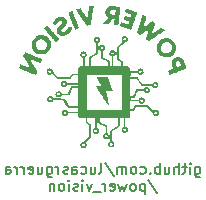
<source format=gbr>
%TF.GenerationSoftware,KiCad,Pcbnew,7.0.10*%
%TF.CreationDate,2024-06-01T01:31:08-03:00*%
%TF.ProjectId,board,626f6172-642e-46b6-9963-61645f706362,1.0*%
%TF.SameCoordinates,Original*%
%TF.FileFunction,Legend,Bot*%
%TF.FilePolarity,Positive*%
%FSLAX46Y46*%
G04 Gerber Fmt 4.6, Leading zero omitted, Abs format (unit mm)*
G04 Created by KiCad (PCBNEW 7.0.10) date 2024-06-01 01:31:08*
%MOMM*%
%LPD*%
G01*
G04 APERTURE LIST*
%ADD10C,0.150000*%
G04 APERTURE END LIST*
D10*
X185366613Y-128389057D02*
X185366613Y-129117628D01*
X185366613Y-129117628D02*
X185409470Y-129203342D01*
X185409470Y-129203342D02*
X185452327Y-129246200D01*
X185452327Y-129246200D02*
X185538041Y-129289057D01*
X185538041Y-129289057D02*
X185666613Y-129289057D01*
X185666613Y-129289057D02*
X185752327Y-129246200D01*
X185366613Y-128946200D02*
X185452327Y-128989057D01*
X185452327Y-128989057D02*
X185623755Y-128989057D01*
X185623755Y-128989057D02*
X185709470Y-128946200D01*
X185709470Y-128946200D02*
X185752327Y-128903342D01*
X185752327Y-128903342D02*
X185795184Y-128817628D01*
X185795184Y-128817628D02*
X185795184Y-128560485D01*
X185795184Y-128560485D02*
X185752327Y-128474771D01*
X185752327Y-128474771D02*
X185709470Y-128431914D01*
X185709470Y-128431914D02*
X185623755Y-128389057D01*
X185623755Y-128389057D02*
X185452327Y-128389057D01*
X185452327Y-128389057D02*
X185366613Y-128431914D01*
X184938041Y-128989057D02*
X184938041Y-128389057D01*
X184938041Y-128089057D02*
X184980898Y-128131914D01*
X184980898Y-128131914D02*
X184938041Y-128174771D01*
X184938041Y-128174771D02*
X184895184Y-128131914D01*
X184895184Y-128131914D02*
X184938041Y-128089057D01*
X184938041Y-128089057D02*
X184938041Y-128174771D01*
X184638041Y-128389057D02*
X184295184Y-128389057D01*
X184509470Y-128089057D02*
X184509470Y-128860485D01*
X184509470Y-128860485D02*
X184466613Y-128946200D01*
X184466613Y-128946200D02*
X184380898Y-128989057D01*
X184380898Y-128989057D02*
X184295184Y-128989057D01*
X183995184Y-128989057D02*
X183995184Y-128089057D01*
X183609470Y-128989057D02*
X183609470Y-128517628D01*
X183609470Y-128517628D02*
X183652327Y-128431914D01*
X183652327Y-128431914D02*
X183738041Y-128389057D01*
X183738041Y-128389057D02*
X183866612Y-128389057D01*
X183866612Y-128389057D02*
X183952327Y-128431914D01*
X183952327Y-128431914D02*
X183995184Y-128474771D01*
X182795184Y-128389057D02*
X182795184Y-128989057D01*
X183180898Y-128389057D02*
X183180898Y-128860485D01*
X183180898Y-128860485D02*
X183138041Y-128946200D01*
X183138041Y-128946200D02*
X183052326Y-128989057D01*
X183052326Y-128989057D02*
X182923755Y-128989057D01*
X182923755Y-128989057D02*
X182838041Y-128946200D01*
X182838041Y-128946200D02*
X182795184Y-128903342D01*
X182366612Y-128989057D02*
X182366612Y-128089057D01*
X182366612Y-128431914D02*
X182280898Y-128389057D01*
X182280898Y-128389057D02*
X182109469Y-128389057D01*
X182109469Y-128389057D02*
X182023755Y-128431914D01*
X182023755Y-128431914D02*
X181980898Y-128474771D01*
X181980898Y-128474771D02*
X181938040Y-128560485D01*
X181938040Y-128560485D02*
X181938040Y-128817628D01*
X181938040Y-128817628D02*
X181980898Y-128903342D01*
X181980898Y-128903342D02*
X182023755Y-128946200D01*
X182023755Y-128946200D02*
X182109469Y-128989057D01*
X182109469Y-128989057D02*
X182280898Y-128989057D01*
X182280898Y-128989057D02*
X182366612Y-128946200D01*
X181552326Y-128903342D02*
X181509469Y-128946200D01*
X181509469Y-128946200D02*
X181552326Y-128989057D01*
X181552326Y-128989057D02*
X181595183Y-128946200D01*
X181595183Y-128946200D02*
X181552326Y-128903342D01*
X181552326Y-128903342D02*
X181552326Y-128989057D01*
X180738041Y-128946200D02*
X180823755Y-128989057D01*
X180823755Y-128989057D02*
X180995183Y-128989057D01*
X180995183Y-128989057D02*
X181080898Y-128946200D01*
X181080898Y-128946200D02*
X181123755Y-128903342D01*
X181123755Y-128903342D02*
X181166612Y-128817628D01*
X181166612Y-128817628D02*
X181166612Y-128560485D01*
X181166612Y-128560485D02*
X181123755Y-128474771D01*
X181123755Y-128474771D02*
X181080898Y-128431914D01*
X181080898Y-128431914D02*
X180995183Y-128389057D01*
X180995183Y-128389057D02*
X180823755Y-128389057D01*
X180823755Y-128389057D02*
X180738041Y-128431914D01*
X180223754Y-128989057D02*
X180309469Y-128946200D01*
X180309469Y-128946200D02*
X180352326Y-128903342D01*
X180352326Y-128903342D02*
X180395183Y-128817628D01*
X180395183Y-128817628D02*
X180395183Y-128560485D01*
X180395183Y-128560485D02*
X180352326Y-128474771D01*
X180352326Y-128474771D02*
X180309469Y-128431914D01*
X180309469Y-128431914D02*
X180223754Y-128389057D01*
X180223754Y-128389057D02*
X180095183Y-128389057D01*
X180095183Y-128389057D02*
X180009469Y-128431914D01*
X180009469Y-128431914D02*
X179966612Y-128474771D01*
X179966612Y-128474771D02*
X179923754Y-128560485D01*
X179923754Y-128560485D02*
X179923754Y-128817628D01*
X179923754Y-128817628D02*
X179966612Y-128903342D01*
X179966612Y-128903342D02*
X180009469Y-128946200D01*
X180009469Y-128946200D02*
X180095183Y-128989057D01*
X180095183Y-128989057D02*
X180223754Y-128989057D01*
X179538040Y-128989057D02*
X179538040Y-128389057D01*
X179538040Y-128474771D02*
X179495183Y-128431914D01*
X179495183Y-128431914D02*
X179409468Y-128389057D01*
X179409468Y-128389057D02*
X179280897Y-128389057D01*
X179280897Y-128389057D02*
X179195183Y-128431914D01*
X179195183Y-128431914D02*
X179152326Y-128517628D01*
X179152326Y-128517628D02*
X179152326Y-128989057D01*
X179152326Y-128517628D02*
X179109468Y-128431914D01*
X179109468Y-128431914D02*
X179023754Y-128389057D01*
X179023754Y-128389057D02*
X178895183Y-128389057D01*
X178895183Y-128389057D02*
X178809468Y-128431914D01*
X178809468Y-128431914D02*
X178766611Y-128517628D01*
X178766611Y-128517628D02*
X178766611Y-128989057D01*
X177695183Y-128046200D02*
X178466611Y-129203342D01*
X177266611Y-128989057D02*
X177352326Y-128946200D01*
X177352326Y-128946200D02*
X177395183Y-128860485D01*
X177395183Y-128860485D02*
X177395183Y-128089057D01*
X176538040Y-128389057D02*
X176538040Y-128989057D01*
X176923754Y-128389057D02*
X176923754Y-128860485D01*
X176923754Y-128860485D02*
X176880897Y-128946200D01*
X176880897Y-128946200D02*
X176795182Y-128989057D01*
X176795182Y-128989057D02*
X176666611Y-128989057D01*
X176666611Y-128989057D02*
X176580897Y-128946200D01*
X176580897Y-128946200D02*
X176538040Y-128903342D01*
X175723754Y-128946200D02*
X175809468Y-128989057D01*
X175809468Y-128989057D02*
X175980896Y-128989057D01*
X175980896Y-128989057D02*
X176066611Y-128946200D01*
X176066611Y-128946200D02*
X176109468Y-128903342D01*
X176109468Y-128903342D02*
X176152325Y-128817628D01*
X176152325Y-128817628D02*
X176152325Y-128560485D01*
X176152325Y-128560485D02*
X176109468Y-128474771D01*
X176109468Y-128474771D02*
X176066611Y-128431914D01*
X176066611Y-128431914D02*
X175980896Y-128389057D01*
X175980896Y-128389057D02*
X175809468Y-128389057D01*
X175809468Y-128389057D02*
X175723754Y-128431914D01*
X174952325Y-128989057D02*
X174952325Y-128517628D01*
X174952325Y-128517628D02*
X174995182Y-128431914D01*
X174995182Y-128431914D02*
X175080896Y-128389057D01*
X175080896Y-128389057D02*
X175252325Y-128389057D01*
X175252325Y-128389057D02*
X175338039Y-128431914D01*
X174952325Y-128946200D02*
X175038039Y-128989057D01*
X175038039Y-128989057D02*
X175252325Y-128989057D01*
X175252325Y-128989057D02*
X175338039Y-128946200D01*
X175338039Y-128946200D02*
X175380896Y-128860485D01*
X175380896Y-128860485D02*
X175380896Y-128774771D01*
X175380896Y-128774771D02*
X175338039Y-128689057D01*
X175338039Y-128689057D02*
X175252325Y-128646200D01*
X175252325Y-128646200D02*
X175038039Y-128646200D01*
X175038039Y-128646200D02*
X174952325Y-128603342D01*
X174566610Y-128946200D02*
X174480896Y-128989057D01*
X174480896Y-128989057D02*
X174309467Y-128989057D01*
X174309467Y-128989057D02*
X174223753Y-128946200D01*
X174223753Y-128946200D02*
X174180896Y-128860485D01*
X174180896Y-128860485D02*
X174180896Y-128817628D01*
X174180896Y-128817628D02*
X174223753Y-128731914D01*
X174223753Y-128731914D02*
X174309467Y-128689057D01*
X174309467Y-128689057D02*
X174438039Y-128689057D01*
X174438039Y-128689057D02*
X174523753Y-128646200D01*
X174523753Y-128646200D02*
X174566610Y-128560485D01*
X174566610Y-128560485D02*
X174566610Y-128517628D01*
X174566610Y-128517628D02*
X174523753Y-128431914D01*
X174523753Y-128431914D02*
X174438039Y-128389057D01*
X174438039Y-128389057D02*
X174309467Y-128389057D01*
X174309467Y-128389057D02*
X174223753Y-128431914D01*
X173795182Y-128989057D02*
X173795182Y-128389057D01*
X173795182Y-128560485D02*
X173752325Y-128474771D01*
X173752325Y-128474771D02*
X173709468Y-128431914D01*
X173709468Y-128431914D02*
X173623753Y-128389057D01*
X173623753Y-128389057D02*
X173538039Y-128389057D01*
X172852325Y-128389057D02*
X172852325Y-129117628D01*
X172852325Y-129117628D02*
X172895182Y-129203342D01*
X172895182Y-129203342D02*
X172938039Y-129246200D01*
X172938039Y-129246200D02*
X173023753Y-129289057D01*
X173023753Y-129289057D02*
X173152325Y-129289057D01*
X173152325Y-129289057D02*
X173238039Y-129246200D01*
X172852325Y-128946200D02*
X172938039Y-128989057D01*
X172938039Y-128989057D02*
X173109467Y-128989057D01*
X173109467Y-128989057D02*
X173195182Y-128946200D01*
X173195182Y-128946200D02*
X173238039Y-128903342D01*
X173238039Y-128903342D02*
X173280896Y-128817628D01*
X173280896Y-128817628D02*
X173280896Y-128560485D01*
X173280896Y-128560485D02*
X173238039Y-128474771D01*
X173238039Y-128474771D02*
X173195182Y-128431914D01*
X173195182Y-128431914D02*
X173109467Y-128389057D01*
X173109467Y-128389057D02*
X172938039Y-128389057D01*
X172938039Y-128389057D02*
X172852325Y-128431914D01*
X172038039Y-128389057D02*
X172038039Y-128989057D01*
X172423753Y-128389057D02*
X172423753Y-128860485D01*
X172423753Y-128860485D02*
X172380896Y-128946200D01*
X172380896Y-128946200D02*
X172295181Y-128989057D01*
X172295181Y-128989057D02*
X172166610Y-128989057D01*
X172166610Y-128989057D02*
X172080896Y-128946200D01*
X172080896Y-128946200D02*
X172038039Y-128903342D01*
X171266610Y-128946200D02*
X171352324Y-128989057D01*
X171352324Y-128989057D02*
X171523753Y-128989057D01*
X171523753Y-128989057D02*
X171609467Y-128946200D01*
X171609467Y-128946200D02*
X171652324Y-128860485D01*
X171652324Y-128860485D02*
X171652324Y-128517628D01*
X171652324Y-128517628D02*
X171609467Y-128431914D01*
X171609467Y-128431914D02*
X171523753Y-128389057D01*
X171523753Y-128389057D02*
X171352324Y-128389057D01*
X171352324Y-128389057D02*
X171266610Y-128431914D01*
X171266610Y-128431914D02*
X171223753Y-128517628D01*
X171223753Y-128517628D02*
X171223753Y-128603342D01*
X171223753Y-128603342D02*
X171652324Y-128689057D01*
X170838038Y-128989057D02*
X170838038Y-128389057D01*
X170838038Y-128560485D02*
X170795181Y-128474771D01*
X170795181Y-128474771D02*
X170752324Y-128431914D01*
X170752324Y-128431914D02*
X170666609Y-128389057D01*
X170666609Y-128389057D02*
X170580895Y-128389057D01*
X170280895Y-128989057D02*
X170280895Y-128389057D01*
X170280895Y-128560485D02*
X170238038Y-128474771D01*
X170238038Y-128474771D02*
X170195181Y-128431914D01*
X170195181Y-128431914D02*
X170109466Y-128389057D01*
X170109466Y-128389057D02*
X170023752Y-128389057D01*
X169338038Y-128989057D02*
X169338038Y-128517628D01*
X169338038Y-128517628D02*
X169380895Y-128431914D01*
X169380895Y-128431914D02*
X169466609Y-128389057D01*
X169466609Y-128389057D02*
X169638038Y-128389057D01*
X169638038Y-128389057D02*
X169723752Y-128431914D01*
X169338038Y-128946200D02*
X169423752Y-128989057D01*
X169423752Y-128989057D02*
X169638038Y-128989057D01*
X169638038Y-128989057D02*
X169723752Y-128946200D01*
X169723752Y-128946200D02*
X169766609Y-128860485D01*
X169766609Y-128860485D02*
X169766609Y-128774771D01*
X169766609Y-128774771D02*
X169723752Y-128689057D01*
X169723752Y-128689057D02*
X169638038Y-128646200D01*
X169638038Y-128646200D02*
X169423752Y-128646200D01*
X169423752Y-128646200D02*
X169338038Y-128603342D01*
X181402325Y-129495200D02*
X182173753Y-130652342D01*
X181102325Y-129838057D02*
X181102325Y-130738057D01*
X181102325Y-129880914D02*
X181016611Y-129838057D01*
X181016611Y-129838057D02*
X180845182Y-129838057D01*
X180845182Y-129838057D02*
X180759468Y-129880914D01*
X180759468Y-129880914D02*
X180716611Y-129923771D01*
X180716611Y-129923771D02*
X180673753Y-130009485D01*
X180673753Y-130009485D02*
X180673753Y-130266628D01*
X180673753Y-130266628D02*
X180716611Y-130352342D01*
X180716611Y-130352342D02*
X180759468Y-130395200D01*
X180759468Y-130395200D02*
X180845182Y-130438057D01*
X180845182Y-130438057D02*
X181016611Y-130438057D01*
X181016611Y-130438057D02*
X181102325Y-130395200D01*
X180159467Y-130438057D02*
X180245182Y-130395200D01*
X180245182Y-130395200D02*
X180288039Y-130352342D01*
X180288039Y-130352342D02*
X180330896Y-130266628D01*
X180330896Y-130266628D02*
X180330896Y-130009485D01*
X180330896Y-130009485D02*
X180288039Y-129923771D01*
X180288039Y-129923771D02*
X180245182Y-129880914D01*
X180245182Y-129880914D02*
X180159467Y-129838057D01*
X180159467Y-129838057D02*
X180030896Y-129838057D01*
X180030896Y-129838057D02*
X179945182Y-129880914D01*
X179945182Y-129880914D02*
X179902325Y-129923771D01*
X179902325Y-129923771D02*
X179859467Y-130009485D01*
X179859467Y-130009485D02*
X179859467Y-130266628D01*
X179859467Y-130266628D02*
X179902325Y-130352342D01*
X179902325Y-130352342D02*
X179945182Y-130395200D01*
X179945182Y-130395200D02*
X180030896Y-130438057D01*
X180030896Y-130438057D02*
X180159467Y-130438057D01*
X179559467Y-129838057D02*
X179388039Y-130438057D01*
X179388039Y-130438057D02*
X179216610Y-130009485D01*
X179216610Y-130009485D02*
X179045181Y-130438057D01*
X179045181Y-130438057D02*
X178873753Y-129838057D01*
X178188039Y-130395200D02*
X178273753Y-130438057D01*
X178273753Y-130438057D02*
X178445182Y-130438057D01*
X178445182Y-130438057D02*
X178530896Y-130395200D01*
X178530896Y-130395200D02*
X178573753Y-130309485D01*
X178573753Y-130309485D02*
X178573753Y-129966628D01*
X178573753Y-129966628D02*
X178530896Y-129880914D01*
X178530896Y-129880914D02*
X178445182Y-129838057D01*
X178445182Y-129838057D02*
X178273753Y-129838057D01*
X178273753Y-129838057D02*
X178188039Y-129880914D01*
X178188039Y-129880914D02*
X178145182Y-129966628D01*
X178145182Y-129966628D02*
X178145182Y-130052342D01*
X178145182Y-130052342D02*
X178573753Y-130138057D01*
X177759467Y-130438057D02*
X177759467Y-129838057D01*
X177759467Y-130009485D02*
X177716610Y-129923771D01*
X177716610Y-129923771D02*
X177673753Y-129880914D01*
X177673753Y-129880914D02*
X177588038Y-129838057D01*
X177588038Y-129838057D02*
X177502324Y-129838057D01*
X177416610Y-130523771D02*
X176730895Y-130523771D01*
X176602324Y-129838057D02*
X176388038Y-130438057D01*
X176388038Y-130438057D02*
X176173753Y-129838057D01*
X175830896Y-130438057D02*
X175830896Y-129838057D01*
X175830896Y-129538057D02*
X175873753Y-129580914D01*
X175873753Y-129580914D02*
X175830896Y-129623771D01*
X175830896Y-129623771D02*
X175788039Y-129580914D01*
X175788039Y-129580914D02*
X175830896Y-129538057D01*
X175830896Y-129538057D02*
X175830896Y-129623771D01*
X175445182Y-130395200D02*
X175359468Y-130438057D01*
X175359468Y-130438057D02*
X175188039Y-130438057D01*
X175188039Y-130438057D02*
X175102325Y-130395200D01*
X175102325Y-130395200D02*
X175059468Y-130309485D01*
X175059468Y-130309485D02*
X175059468Y-130266628D01*
X175059468Y-130266628D02*
X175102325Y-130180914D01*
X175102325Y-130180914D02*
X175188039Y-130138057D01*
X175188039Y-130138057D02*
X175316611Y-130138057D01*
X175316611Y-130138057D02*
X175402325Y-130095200D01*
X175402325Y-130095200D02*
X175445182Y-130009485D01*
X175445182Y-130009485D02*
X175445182Y-129966628D01*
X175445182Y-129966628D02*
X175402325Y-129880914D01*
X175402325Y-129880914D02*
X175316611Y-129838057D01*
X175316611Y-129838057D02*
X175188039Y-129838057D01*
X175188039Y-129838057D02*
X175102325Y-129880914D01*
X174673754Y-130438057D02*
X174673754Y-129838057D01*
X174673754Y-129538057D02*
X174716611Y-129580914D01*
X174716611Y-129580914D02*
X174673754Y-129623771D01*
X174673754Y-129623771D02*
X174630897Y-129580914D01*
X174630897Y-129580914D02*
X174673754Y-129538057D01*
X174673754Y-129538057D02*
X174673754Y-129623771D01*
X174116611Y-130438057D02*
X174202326Y-130395200D01*
X174202326Y-130395200D02*
X174245183Y-130352342D01*
X174245183Y-130352342D02*
X174288040Y-130266628D01*
X174288040Y-130266628D02*
X174288040Y-130009485D01*
X174288040Y-130009485D02*
X174245183Y-129923771D01*
X174245183Y-129923771D02*
X174202326Y-129880914D01*
X174202326Y-129880914D02*
X174116611Y-129838057D01*
X174116611Y-129838057D02*
X173988040Y-129838057D01*
X173988040Y-129838057D02*
X173902326Y-129880914D01*
X173902326Y-129880914D02*
X173859469Y-129923771D01*
X173859469Y-129923771D02*
X173816611Y-130009485D01*
X173816611Y-130009485D02*
X173816611Y-130266628D01*
X173816611Y-130266628D02*
X173859469Y-130352342D01*
X173859469Y-130352342D02*
X173902326Y-130395200D01*
X173902326Y-130395200D02*
X173988040Y-130438057D01*
X173988040Y-130438057D02*
X174116611Y-130438057D01*
X173430897Y-129838057D02*
X173430897Y-130438057D01*
X173430897Y-129923771D02*
X173388040Y-129880914D01*
X173388040Y-129880914D02*
X173302325Y-129838057D01*
X173302325Y-129838057D02*
X173173754Y-129838057D01*
X173173754Y-129838057D02*
X173088040Y-129880914D01*
X173088040Y-129880914D02*
X173045183Y-129966628D01*
X173045183Y-129966628D02*
X173045183Y-130438057D01*
%TO.C,G\u002A\u002A\u002A*%
G36*
X178122045Y-123325731D02*
G01*
X178117545Y-123330231D01*
X178113044Y-123325731D01*
X178117545Y-123321231D01*
X178122045Y-123325731D01*
G37*
G36*
X174979146Y-115218762D02*
G01*
X174987885Y-115239518D01*
X175002432Y-115274852D01*
X175022294Y-115323544D01*
X175046979Y-115384375D01*
X175075994Y-115456125D01*
X175108845Y-115537576D01*
X175145041Y-115627509D01*
X175184087Y-115724704D01*
X175225492Y-115827942D01*
X175268762Y-115936004D01*
X175555854Y-116653542D01*
X175522596Y-116666686D01*
X175516451Y-116669145D01*
X175490879Y-116679583D01*
X175454204Y-116694715D01*
X175410371Y-116712911D01*
X175363328Y-116732538D01*
X175341430Y-116741621D01*
X175298540Y-116758950D01*
X175262378Y-116772953D01*
X175236217Y-116782380D01*
X175223333Y-116785981D01*
X175223319Y-116785982D01*
X175218750Y-116781316D01*
X175210510Y-116766665D01*
X175198313Y-116741349D01*
X175181874Y-116704689D01*
X175160907Y-116656006D01*
X175135128Y-116594621D01*
X175104251Y-116519854D01*
X175067991Y-116431026D01*
X175026062Y-116327458D01*
X174978180Y-116208471D01*
X174924059Y-116073385D01*
X174892835Y-115995256D01*
X174851127Y-115890705D01*
X174811745Y-115791772D01*
X174775175Y-115699687D01*
X174741904Y-115615684D01*
X174712417Y-115540995D01*
X174687201Y-115476852D01*
X174666742Y-115424487D01*
X174651527Y-115385132D01*
X174642041Y-115360021D01*
X174638771Y-115350384D01*
X174644368Y-115345790D01*
X174664035Y-115335551D01*
X174694923Y-115321323D01*
X174733954Y-115304353D01*
X174778051Y-115285887D01*
X174824137Y-115267172D01*
X174869135Y-115249454D01*
X174909967Y-115233980D01*
X174943556Y-115221997D01*
X174966824Y-115214751D01*
X174976694Y-115213489D01*
X174979146Y-115218762D01*
G37*
G36*
X172858448Y-116431142D02*
G01*
X172871913Y-116445097D01*
X172895395Y-116470804D01*
X172927856Y-116507061D01*
X172968256Y-116552667D01*
X173015558Y-116606420D01*
X173068722Y-116667118D01*
X173126710Y-116733558D01*
X173188484Y-116804539D01*
X173253005Y-116878859D01*
X173319234Y-116955316D01*
X173386133Y-117032709D01*
X173452664Y-117109834D01*
X173517787Y-117185490D01*
X173580465Y-117258476D01*
X173639658Y-117327589D01*
X173694328Y-117391628D01*
X173743437Y-117449389D01*
X173785946Y-117499673D01*
X173820816Y-117541276D01*
X173847009Y-117572997D01*
X173863487Y-117593633D01*
X173869210Y-117601983D01*
X173869185Y-117602240D01*
X173861896Y-117612249D01*
X173843087Y-117631721D01*
X173814875Y-117658633D01*
X173779374Y-117690965D01*
X173738700Y-117726694D01*
X173735752Y-117729239D01*
X173695077Y-117764068D01*
X173659138Y-117794340D01*
X173630140Y-117818233D01*
X173610292Y-117833929D01*
X173601799Y-117839607D01*
X173600799Y-117838890D01*
X173590299Y-117828082D01*
X173569356Y-117805165D01*
X173538970Y-117771274D01*
X173500144Y-117727544D01*
X173453880Y-117675109D01*
X173401180Y-117615104D01*
X173343045Y-117548663D01*
X173280478Y-117476922D01*
X173214481Y-117401014D01*
X173180829Y-117362251D01*
X173084419Y-117251180D01*
X172998954Y-117152688D01*
X172923783Y-117066015D01*
X172858254Y-116990402D01*
X172801715Y-116925086D01*
X172753514Y-116869309D01*
X172712999Y-116822309D01*
X172679517Y-116783326D01*
X172652416Y-116751600D01*
X172631044Y-116726369D01*
X172614750Y-116706874D01*
X172602880Y-116692354D01*
X172594783Y-116682048D01*
X172589807Y-116675197D01*
X172587300Y-116671039D01*
X172586609Y-116668814D01*
X172589002Y-116665583D01*
X172602406Y-116652105D01*
X172625417Y-116630421D01*
X172655537Y-116602761D01*
X172690267Y-116571351D01*
X172727110Y-116538420D01*
X172763568Y-116506196D01*
X172797144Y-116476905D01*
X172825339Y-116452776D01*
X172845655Y-116436037D01*
X172855595Y-116428915D01*
X172858448Y-116431142D01*
G37*
G36*
X178191655Y-121415330D02*
G01*
X178407820Y-122020628D01*
X178108951Y-122025128D01*
X177810082Y-122029629D01*
X177961343Y-122664179D01*
X177983120Y-122755613D01*
X178006788Y-122855177D01*
X178028912Y-122948444D01*
X178049162Y-123034012D01*
X178067208Y-123110481D01*
X178082720Y-123176448D01*
X178095368Y-123230514D01*
X178104821Y-123271275D01*
X178110750Y-123297331D01*
X178112824Y-123307279D01*
X178112132Y-123310708D01*
X178104958Y-123307279D01*
X178102266Y-123303560D01*
X178090355Y-123286085D01*
X178069734Y-123255403D01*
X178041147Y-123212633D01*
X178005337Y-123158892D01*
X177963048Y-123095299D01*
X177915022Y-123022971D01*
X177862004Y-122943028D01*
X177804735Y-122856586D01*
X177743960Y-122764763D01*
X177680422Y-122668679D01*
X177667541Y-122649191D01*
X177599290Y-122545935D01*
X177530742Y-122442230D01*
X177463033Y-122339795D01*
X177397298Y-122240347D01*
X177334673Y-122145606D01*
X177276295Y-122057289D01*
X177223298Y-121977116D01*
X177176820Y-121906805D01*
X177137996Y-121848074D01*
X177107963Y-121802642D01*
X177088333Y-121772911D01*
X177051623Y-121717096D01*
X177018918Y-121667087D01*
X176991407Y-121624723D01*
X176970282Y-121591840D01*
X176956734Y-121570278D01*
X176951953Y-121561873D01*
X176960251Y-121560625D01*
X176984249Y-121559478D01*
X177021612Y-121558504D01*
X177069997Y-121557751D01*
X177127064Y-121557264D01*
X177190472Y-121557092D01*
X177252742Y-121556925D01*
X177309949Y-121556442D01*
X177358519Y-121555690D01*
X177396109Y-121554716D01*
X177420380Y-121553568D01*
X177428991Y-121552292D01*
X177428583Y-121550193D01*
X177425286Y-121541778D01*
X177418182Y-121526641D01*
X177406676Y-121503645D01*
X177390173Y-121471649D01*
X177368076Y-121429517D01*
X177339792Y-121376107D01*
X177304725Y-121310283D01*
X177262280Y-121230905D01*
X177211862Y-121136834D01*
X177199264Y-121113333D01*
X177162961Y-121045453D01*
X177129759Y-120983139D01*
X177100565Y-120928106D01*
X177076283Y-120882067D01*
X177057818Y-120846737D01*
X177046075Y-120823829D01*
X177041960Y-120815059D01*
X177043160Y-120814698D01*
X177058071Y-120813752D01*
X177088696Y-120812873D01*
X177133361Y-120812080D01*
X177190394Y-120811391D01*
X177258119Y-120810824D01*
X177334866Y-120810396D01*
X177418959Y-120810127D01*
X177508726Y-120810033D01*
X177975491Y-120810033D01*
X178191655Y-121415330D01*
G37*
G36*
X183752327Y-118384342D02*
G01*
X183735210Y-118501665D01*
X183702212Y-118617258D01*
X183654712Y-118724356D01*
X183593643Y-118821866D01*
X183519939Y-118908698D01*
X183434533Y-118983757D01*
X183338358Y-119045951D01*
X183232349Y-119094189D01*
X183117438Y-119127377D01*
X183058488Y-119137541D01*
X182941448Y-119144454D01*
X182824517Y-119134615D01*
X182710005Y-119108633D01*
X182600221Y-119067112D01*
X182497476Y-119010662D01*
X182404080Y-118939888D01*
X182343130Y-118880666D01*
X182267149Y-118787434D01*
X182205966Y-118686895D01*
X182159770Y-118580662D01*
X182128751Y-118470345D01*
X182113097Y-118357557D01*
X182113048Y-118301712D01*
X182458934Y-118301712D01*
X182460167Y-118386584D01*
X182478060Y-118472010D01*
X182500544Y-118528205D01*
X182543889Y-118599508D01*
X182599521Y-118662854D01*
X182664459Y-118715001D01*
X182735729Y-118752704D01*
X182808084Y-118774326D01*
X182891467Y-118785199D01*
X182975046Y-118782890D01*
X183024828Y-118774412D01*
X183109168Y-118746562D01*
X183187123Y-118703825D01*
X183256599Y-118648018D01*
X183315500Y-118580958D01*
X183361731Y-118504461D01*
X183393196Y-118420345D01*
X183394232Y-118416277D01*
X183401179Y-118373632D01*
X183404503Y-118322277D01*
X183404214Y-118268798D01*
X183400323Y-118219785D01*
X183392840Y-118181826D01*
X183369606Y-118119946D01*
X183324930Y-118040922D01*
X183268016Y-117974168D01*
X183200151Y-117920638D01*
X183122624Y-117881285D01*
X183036721Y-117857065D01*
X182943732Y-117848933D01*
X182892426Y-117851857D01*
X182807297Y-117869540D01*
X182728402Y-117901724D01*
X182657045Y-117946666D01*
X182594529Y-118002621D01*
X182542157Y-118067847D01*
X182501232Y-118140600D01*
X182473056Y-118219136D01*
X182458934Y-118301712D01*
X182113048Y-118301712D01*
X182112997Y-118243909D01*
X182128640Y-118131014D01*
X182160216Y-118020481D01*
X182207913Y-117913925D01*
X182271920Y-117812955D01*
X182326540Y-117746949D01*
X182412593Y-117666888D01*
X182510141Y-117600247D01*
X182618290Y-117547612D01*
X182736143Y-117509568D01*
X182779124Y-117501518D01*
X182844235Y-117495417D01*
X182916056Y-117493736D01*
X182988620Y-117496398D01*
X183055961Y-117503327D01*
X183112114Y-117514444D01*
X183134816Y-117520836D01*
X183239950Y-117557732D01*
X183333324Y-117604337D01*
X183418979Y-117662951D01*
X183500956Y-117735875D01*
X183517430Y-117752681D01*
X183593095Y-117843855D01*
X183655318Y-117943674D01*
X183703227Y-118049886D01*
X183735947Y-118160238D01*
X183752605Y-118272474D01*
X183752481Y-118322277D01*
X183752327Y-118384342D01*
G37*
G36*
X173163543Y-118051316D02*
G01*
X173162518Y-118114004D01*
X173158535Y-118170346D01*
X173150558Y-118221214D01*
X173137553Y-118273052D01*
X173118486Y-118332305D01*
X173073989Y-118436839D01*
X173012838Y-118537802D01*
X172938290Y-118628814D01*
X172851836Y-118708685D01*
X172754964Y-118776226D01*
X172649163Y-118830247D01*
X172535923Y-118869558D01*
X172416732Y-118892969D01*
X172311719Y-118898011D01*
X172199876Y-118887442D01*
X172089233Y-118861566D01*
X171983431Y-118821244D01*
X171886111Y-118767339D01*
X171800107Y-118702245D01*
X171719276Y-118621200D01*
X171652193Y-118531271D01*
X171599002Y-118434054D01*
X171559851Y-118331149D01*
X171534885Y-118224151D01*
X171524250Y-118114659D01*
X171526127Y-118060764D01*
X171869706Y-118060764D01*
X171878903Y-118143949D01*
X171902505Y-118224245D01*
X171939754Y-118299743D01*
X171989890Y-118368528D01*
X172052154Y-118428689D01*
X172125788Y-118478314D01*
X172210032Y-118515490D01*
X172236292Y-118522987D01*
X172289762Y-118532776D01*
X172347418Y-118538098D01*
X172402212Y-118538426D01*
X172447098Y-118533231D01*
X172494278Y-118520966D01*
X172579592Y-118486214D01*
X172653276Y-118437856D01*
X172715064Y-118376088D01*
X172764688Y-118301104D01*
X172766383Y-118297895D01*
X172800129Y-118215085D01*
X172816973Y-118129898D01*
X172817450Y-118044273D01*
X172802093Y-117960150D01*
X172771437Y-117879469D01*
X172726016Y-117804171D01*
X172666364Y-117736196D01*
X172593015Y-117677483D01*
X172584662Y-117672054D01*
X172508340Y-117633951D01*
X172425003Y-117610441D01*
X172337927Y-117601610D01*
X172250385Y-117607544D01*
X172165655Y-117628332D01*
X172087009Y-117664058D01*
X172068395Y-117676331D01*
X172030954Y-117706957D01*
X171992346Y-117744365D01*
X171957964Y-117783162D01*
X171933196Y-117817956D01*
X171897564Y-117893381D01*
X171875674Y-117976604D01*
X171869706Y-118060764D01*
X171526127Y-118060764D01*
X171528094Y-118004270D01*
X171546563Y-117894582D01*
X171579801Y-117787193D01*
X171627957Y-117683699D01*
X171691176Y-117585699D01*
X171769604Y-117494790D01*
X171778126Y-117486284D01*
X171853804Y-117419003D01*
X171933169Y-117364143D01*
X172020844Y-117318887D01*
X172121454Y-117280417D01*
X172152360Y-117270662D01*
X172188532Y-117261337D01*
X172225099Y-117255100D01*
X172267929Y-117251010D01*
X172322890Y-117248126D01*
X172364006Y-117247084D01*
X172467316Y-117251510D01*
X172561340Y-117267245D01*
X172650172Y-117295154D01*
X172737908Y-117336108D01*
X172777880Y-117359038D01*
X172876201Y-117428998D01*
X172961236Y-117510489D01*
X173032311Y-117602381D01*
X173088752Y-117703541D01*
X173129888Y-117812839D01*
X173155042Y-117929141D01*
X173163053Y-118044273D01*
X173163543Y-118051316D01*
G37*
G36*
X176796763Y-114750192D02*
G01*
X176794169Y-114768013D01*
X176788739Y-114801251D01*
X176780745Y-114848400D01*
X176770457Y-114907955D01*
X176758148Y-114978413D01*
X176744087Y-115058268D01*
X176728547Y-115146016D01*
X176711798Y-115240153D01*
X176694112Y-115339174D01*
X176675759Y-115441573D01*
X176657010Y-115545848D01*
X176638138Y-115650493D01*
X176619413Y-115754003D01*
X176601105Y-115854875D01*
X176583487Y-115951603D01*
X176566829Y-116042683D01*
X176551402Y-116126611D01*
X176537479Y-116201881D01*
X176525328Y-116266989D01*
X176515223Y-116320432D01*
X176507434Y-116360703D01*
X176502232Y-116386299D01*
X176499888Y-116395715D01*
X176495963Y-116397300D01*
X176477099Y-116402496D01*
X176445556Y-116410201D01*
X176404441Y-116419668D01*
X176356860Y-116430150D01*
X176328105Y-116436203D01*
X176283745Y-116444902D01*
X176247507Y-116451200D01*
X176222536Y-116454571D01*
X176211975Y-116454485D01*
X176209737Y-116451854D01*
X176198225Y-116435994D01*
X176178210Y-116407207D01*
X176150534Y-116366760D01*
X176116039Y-116315919D01*
X176075569Y-116255953D01*
X176029964Y-116188127D01*
X175980068Y-116113710D01*
X175926723Y-116033968D01*
X175870771Y-115950169D01*
X175813054Y-115863579D01*
X175754415Y-115775467D01*
X175695696Y-115687098D01*
X175637739Y-115599741D01*
X175581386Y-115514661D01*
X175527481Y-115433128D01*
X175476865Y-115356407D01*
X175430380Y-115285765D01*
X175388868Y-115222471D01*
X175353173Y-115167791D01*
X175324137Y-115122992D01*
X175302601Y-115089341D01*
X175289408Y-115068106D01*
X175285400Y-115060554D01*
X175287257Y-115060059D01*
X175303505Y-115056352D01*
X175333748Y-115049736D01*
X175375285Y-115040794D01*
X175425413Y-115030108D01*
X175481429Y-115018262D01*
X175537664Y-115006609D01*
X175590499Y-114996287D01*
X175629257Y-114989674D01*
X175655807Y-114986500D01*
X175672015Y-114986490D01*
X175679749Y-114989374D01*
X175682052Y-114992420D01*
X175693399Y-115009087D01*
X175713042Y-115038751D01*
X175740050Y-115079981D01*
X175773496Y-115131349D01*
X175812448Y-115191425D01*
X175855977Y-115258780D01*
X175903154Y-115331984D01*
X175953049Y-115409608D01*
X176011011Y-115499845D01*
X176062732Y-115580212D01*
X176106160Y-115647456D01*
X176142005Y-115702626D01*
X176170977Y-115746771D01*
X176193783Y-115780939D01*
X176211135Y-115806179D01*
X176223741Y-115823541D01*
X176232311Y-115834073D01*
X176237554Y-115838824D01*
X176240179Y-115838842D01*
X176240897Y-115835177D01*
X176240989Y-115834019D01*
X176243077Y-115819053D01*
X176247676Y-115788951D01*
X176254470Y-115745647D01*
X176263145Y-115691079D01*
X176273384Y-115627182D01*
X176284872Y-115555891D01*
X176297292Y-115479143D01*
X176310328Y-115398873D01*
X176323666Y-115317018D01*
X176336989Y-115235514D01*
X176349981Y-115156295D01*
X176362327Y-115081299D01*
X176373710Y-115012460D01*
X176383816Y-114951715D01*
X176392327Y-114901000D01*
X176398929Y-114862251D01*
X176403305Y-114837403D01*
X176405140Y-114828393D01*
X176406911Y-114827633D01*
X176422395Y-114823532D01*
X176451124Y-114816885D01*
X176490014Y-114808328D01*
X176535981Y-114798498D01*
X176585943Y-114788031D01*
X176636815Y-114777565D01*
X176685513Y-114767735D01*
X176728954Y-114759179D01*
X176764055Y-114752532D01*
X176787732Y-114748432D01*
X176796900Y-114747515D01*
X176796763Y-114750192D01*
G37*
G36*
X174158427Y-115701295D02*
G01*
X174241725Y-115729052D01*
X174319067Y-115773686D01*
X174390553Y-115835209D01*
X174407913Y-115853642D01*
X174462788Y-115925586D01*
X174499886Y-116000232D01*
X174519185Y-116077449D01*
X174520663Y-116157101D01*
X174504299Y-116239056D01*
X174470071Y-116323180D01*
X174459790Y-116342706D01*
X174435446Y-116383588D01*
X174406330Y-116425218D01*
X174370649Y-116469770D01*
X174326606Y-116519418D01*
X174272407Y-116576338D01*
X174206254Y-116642705D01*
X174153749Y-116695076D01*
X174111922Y-116738419D01*
X174080769Y-116773387D01*
X174058988Y-116801909D01*
X174045282Y-116825914D01*
X174038350Y-116847332D01*
X174036893Y-116868092D01*
X174039611Y-116890123D01*
X174040075Y-116892334D01*
X174053421Y-116920828D01*
X174076992Y-116947793D01*
X174105285Y-116968116D01*
X174132794Y-116976685D01*
X174192744Y-116973012D01*
X174266846Y-116953141D01*
X174341132Y-116917220D01*
X174413832Y-116866136D01*
X174483178Y-116800779D01*
X174528377Y-116748700D01*
X174571251Y-116688008D01*
X174605165Y-116623374D01*
X174634028Y-116548258D01*
X174662086Y-116464468D01*
X174801191Y-116540562D01*
X174839708Y-116561784D01*
X174881183Y-116585009D01*
X174915057Y-116604397D01*
X174938587Y-116618372D01*
X174949026Y-116625360D01*
X174951967Y-116632466D01*
X174949886Y-116654983D01*
X174939981Y-116688347D01*
X174923516Y-116729892D01*
X174901756Y-116776953D01*
X174875962Y-116826865D01*
X174847399Y-116876963D01*
X174817331Y-116924581D01*
X174787021Y-116967054D01*
X174735498Y-117027273D01*
X174654301Y-117103440D01*
X174563064Y-117171544D01*
X174465415Y-117229243D01*
X174364983Y-117274192D01*
X174265395Y-117304048D01*
X174244062Y-117308062D01*
X174186855Y-117314400D01*
X174124818Y-117316511D01*
X174065366Y-117314287D01*
X174015915Y-117307624D01*
X173951847Y-117288262D01*
X173876328Y-117249570D01*
X173808224Y-117196584D01*
X173749893Y-117131210D01*
X173703692Y-117055351D01*
X173677973Y-116995905D01*
X173659426Y-116929544D01*
X173654369Y-116866167D01*
X173662136Y-116801704D01*
X173663386Y-116795877D01*
X173675940Y-116747715D01*
X173692603Y-116702074D01*
X173714744Y-116656926D01*
X173743734Y-116610244D01*
X173780945Y-116560000D01*
X173827748Y-116504165D01*
X173885512Y-116440714D01*
X173955610Y-116367617D01*
X173981128Y-116341284D01*
X174022424Y-116297834D01*
X174058956Y-116258367D01*
X174088741Y-116225077D01*
X174109793Y-116200156D01*
X174120128Y-116185799D01*
X174125878Y-116172819D01*
X174133507Y-116133051D01*
X174128168Y-116094617D01*
X174111044Y-116062185D01*
X174083316Y-116040424D01*
X174068442Y-116035373D01*
X174028127Y-116031084D01*
X173980827Y-116035332D01*
X173932410Y-116047829D01*
X173894693Y-116064409D01*
X173843688Y-116093896D01*
X173791026Y-116130466D01*
X173742000Y-116170397D01*
X173701900Y-116209967D01*
X173692303Y-116221460D01*
X173669296Y-116253091D01*
X173645322Y-116290401D01*
X173622678Y-116329332D01*
X173603659Y-116365828D01*
X173590564Y-116395829D01*
X173585688Y-116415279D01*
X173583103Y-116422887D01*
X173569199Y-116424475D01*
X173562005Y-116421918D01*
X173539256Y-116411084D01*
X173507692Y-116394114D01*
X173470382Y-116372871D01*
X173430392Y-116349213D01*
X173390793Y-116325002D01*
X173354652Y-116302098D01*
X173325038Y-116282362D01*
X173305020Y-116267654D01*
X173297665Y-116259835D01*
X173299487Y-116249625D01*
X173306323Y-116226200D01*
X173316494Y-116197024D01*
X173323019Y-116180776D01*
X173359992Y-116111146D01*
X173410860Y-116039925D01*
X173472860Y-115969776D01*
X173543230Y-115903362D01*
X173619208Y-115843345D01*
X173698031Y-115792389D01*
X173776937Y-115753157D01*
X173871821Y-115719146D01*
X173973574Y-115696355D01*
X174069077Y-115690400D01*
X174158427Y-115701295D01*
G37*
G36*
X184583563Y-119886748D02*
G01*
X184604356Y-119943052D01*
X184621994Y-119991485D01*
X184635635Y-120029819D01*
X184644438Y-120055829D01*
X184647559Y-120067287D01*
X184646760Y-120069469D01*
X184643713Y-120072316D01*
X184637504Y-120076149D01*
X184627220Y-120081323D01*
X184611946Y-120088192D01*
X184590770Y-120097109D01*
X184562777Y-120108429D01*
X184527055Y-120122504D01*
X184482690Y-120139689D01*
X184428768Y-120160338D01*
X184364375Y-120184804D01*
X184288599Y-120213442D01*
X184200525Y-120246605D01*
X184099240Y-120284646D01*
X183983831Y-120327921D01*
X183853384Y-120376782D01*
X183706985Y-120431584D01*
X183618556Y-120464654D01*
X183532843Y-120496661D01*
X183453631Y-120526191D01*
X183382398Y-120552696D01*
X183320624Y-120575626D01*
X183269789Y-120594433D01*
X183231372Y-120608567D01*
X183206851Y-120617479D01*
X183197707Y-120620621D01*
X183196820Y-120619586D01*
X183190606Y-120606425D01*
X183179808Y-120580579D01*
X183165612Y-120545144D01*
X183149204Y-120503219D01*
X183131771Y-120457902D01*
X183114497Y-120412292D01*
X183098569Y-120369486D01*
X183085173Y-120332584D01*
X183075495Y-120304683D01*
X183070721Y-120288882D01*
X183073719Y-120284100D01*
X183088961Y-120274536D01*
X183117800Y-120260712D01*
X183161098Y-120242248D01*
X183219719Y-120218763D01*
X183294524Y-120189874D01*
X183295277Y-120189587D01*
X183355351Y-120166559D01*
X183409790Y-120145465D01*
X183456352Y-120127189D01*
X183492797Y-120112620D01*
X183516885Y-120102643D01*
X183526375Y-120098145D01*
X183526579Y-120097486D01*
X183523968Y-120084825D01*
X183515910Y-120058500D01*
X183503283Y-120021122D01*
X183486961Y-119975301D01*
X183467819Y-119923645D01*
X183442361Y-119854762D01*
X183417000Y-119781074D01*
X183398467Y-119718922D01*
X183386302Y-119665661D01*
X183382141Y-119634397D01*
X183738287Y-119634397D01*
X183740527Y-119670129D01*
X183749530Y-119712827D01*
X183765580Y-119765604D01*
X183788962Y-119831578D01*
X183800413Y-119862389D01*
X183816714Y-119905361D01*
X183830398Y-119940367D01*
X183840291Y-119964422D01*
X183845216Y-119974540D01*
X183852391Y-119973785D01*
X183873823Y-119967841D01*
X183906394Y-119957479D01*
X183947045Y-119943794D01*
X183992713Y-119927884D01*
X184040338Y-119910845D01*
X184086860Y-119893776D01*
X184129217Y-119877773D01*
X184164350Y-119863932D01*
X184189196Y-119853351D01*
X184200696Y-119847128D01*
X184201040Y-119842801D01*
X184196995Y-119824172D01*
X184188195Y-119794195D01*
X184175820Y-119756234D01*
X184161049Y-119713654D01*
X184145063Y-119669822D01*
X184129041Y-119628103D01*
X184114163Y-119591862D01*
X184101609Y-119564465D01*
X184093531Y-119550350D01*
X184067589Y-119516110D01*
X184036564Y-119485001D01*
X184006705Y-119463659D01*
X183977473Y-119453744D01*
X183932014Y-119450746D01*
X183882984Y-119458242D01*
X183836273Y-119475812D01*
X183832912Y-119477560D01*
X183802695Y-119496198D01*
X183781851Y-119517755D01*
X183763239Y-119549431D01*
X183752962Y-119571365D01*
X183742527Y-119602513D01*
X183738287Y-119634397D01*
X183382141Y-119634397D01*
X183380045Y-119618645D01*
X183379235Y-119575230D01*
X183383413Y-119532771D01*
X183392118Y-119488623D01*
X183399528Y-119460791D01*
X183434272Y-119374383D01*
X183484081Y-119296206D01*
X183547677Y-119227483D01*
X183623780Y-119169440D01*
X183711111Y-119123299D01*
X183808391Y-119090284D01*
X183864081Y-119079041D01*
X183955783Y-119073960D01*
X184043603Y-119085922D01*
X184126524Y-119114413D01*
X184203533Y-119158921D01*
X184273613Y-119218934D01*
X184335749Y-119293938D01*
X184388927Y-119383420D01*
X184393396Y-119393162D01*
X184404691Y-119420117D01*
X184420408Y-119459239D01*
X184439708Y-119508302D01*
X184461747Y-119565079D01*
X184485683Y-119627344D01*
X184510675Y-119692869D01*
X184535880Y-119759430D01*
X184560457Y-119824798D01*
X184567172Y-119842801D01*
X184583563Y-119886748D01*
G37*
G36*
X170975156Y-118707518D02*
G01*
X170994387Y-118714855D01*
X171027809Y-118727917D01*
X171073952Y-118746116D01*
X171131349Y-118768863D01*
X171198530Y-118795568D01*
X171274027Y-118825644D01*
X171356371Y-118858501D01*
X171444092Y-118893551D01*
X171535724Y-118930205D01*
X171629795Y-118967873D01*
X171724839Y-119005968D01*
X171819385Y-119043900D01*
X171911966Y-119081081D01*
X172001112Y-119116922D01*
X172085354Y-119150833D01*
X172163225Y-119182228D01*
X172233255Y-119210515D01*
X172293975Y-119235107D01*
X172343917Y-119255415D01*
X172381611Y-119270851D01*
X172405590Y-119280824D01*
X172414383Y-119284748D01*
X172413327Y-119292096D01*
X172406440Y-119313363D01*
X172394680Y-119345402D01*
X172379305Y-119385147D01*
X172361572Y-119429536D01*
X172342740Y-119475504D01*
X172324064Y-119519986D01*
X172306804Y-119559917D01*
X172292215Y-119592235D01*
X172281556Y-119613874D01*
X172276085Y-119621770D01*
X172274221Y-119621293D01*
X172258430Y-119615665D01*
X172228125Y-119604194D01*
X172184897Y-119587502D01*
X172130335Y-119566211D01*
X172066029Y-119540942D01*
X171993570Y-119512318D01*
X171914547Y-119480961D01*
X171830550Y-119447492D01*
X171797088Y-119434141D01*
X171715195Y-119401547D01*
X171639095Y-119371372D01*
X171570347Y-119344226D01*
X171510512Y-119320722D01*
X171461149Y-119301470D01*
X171423816Y-119287081D01*
X171400074Y-119278168D01*
X171391481Y-119275341D01*
X171391553Y-119275656D01*
X171397397Y-119286045D01*
X171411880Y-119310138D01*
X171434198Y-119346638D01*
X171463547Y-119394246D01*
X171499124Y-119451665D01*
X171540124Y-119517596D01*
X171585744Y-119590741D01*
X171635179Y-119669803D01*
X171687626Y-119753484D01*
X171694217Y-119763989D01*
X171747030Y-119848180D01*
X171797246Y-119928270D01*
X171843994Y-120002865D01*
X171886402Y-120070572D01*
X171923598Y-120129999D01*
X171954710Y-120179753D01*
X171978866Y-120218440D01*
X171995194Y-120244667D01*
X172002822Y-120257042D01*
X172019339Y-120284596D01*
X171959942Y-120432555D01*
X171943710Y-120473025D01*
X171925268Y-120519092D01*
X171909723Y-120558020D01*
X171898347Y-120586622D01*
X171892414Y-120601708D01*
X171891672Y-120603580D01*
X171881085Y-120617674D01*
X171863292Y-120617633D01*
X171862152Y-120617299D01*
X171846913Y-120611775D01*
X171817021Y-120600308D01*
X171773970Y-120583500D01*
X171719256Y-120561949D01*
X171654371Y-120536256D01*
X171580810Y-120507021D01*
X171500067Y-120474844D01*
X171413636Y-120440325D01*
X171323012Y-120404064D01*
X171229688Y-120366662D01*
X171135159Y-120328719D01*
X171040918Y-120290834D01*
X170948460Y-120253608D01*
X170859280Y-120217640D01*
X170774870Y-120183532D01*
X170696726Y-120151882D01*
X170626341Y-120123292D01*
X170565210Y-120098361D01*
X170514826Y-120077689D01*
X170476684Y-120061877D01*
X170452279Y-120051524D01*
X170443103Y-120047230D01*
X170442807Y-120046440D01*
X170445291Y-120033322D01*
X170453599Y-120006730D01*
X170466820Y-119969269D01*
X170484042Y-119923545D01*
X170504353Y-119872163D01*
X170572358Y-119703855D01*
X170609657Y-119718591D01*
X170609989Y-119718722D01*
X170626343Y-119725255D01*
X170657518Y-119737766D01*
X170701716Y-119755533D01*
X170757138Y-119777830D01*
X170821985Y-119803935D01*
X170894458Y-119833122D01*
X170972758Y-119864669D01*
X171055087Y-119897851D01*
X171066690Y-119902524D01*
X171146543Y-119934483D01*
X171220733Y-119963824D01*
X171287687Y-119989949D01*
X171345833Y-120012262D01*
X171393601Y-120030163D01*
X171429417Y-120043056D01*
X171451710Y-120050342D01*
X171458908Y-120051424D01*
X171458074Y-120049844D01*
X171449541Y-120035513D01*
X171432539Y-120007685D01*
X171407876Y-119967663D01*
X171376362Y-119916751D01*
X171338806Y-119856252D01*
X171296015Y-119787470D01*
X171248801Y-119711709D01*
X171197970Y-119630273D01*
X171144333Y-119544465D01*
X170834067Y-119048459D01*
X170901704Y-118878413D01*
X170906586Y-118866144D01*
X170926639Y-118815844D01*
X170944115Y-118772161D01*
X170957998Y-118737625D01*
X170967273Y-118714764D01*
X170970923Y-118706105D01*
X170975156Y-118707518D01*
G37*
G36*
X179631589Y-115036774D02*
G01*
X179740385Y-115075227D01*
X179865505Y-115119496D01*
X179975371Y-115158443D01*
X180070953Y-115192432D01*
X180153223Y-115221826D01*
X180223152Y-115246989D01*
X180281711Y-115268286D01*
X180329871Y-115286078D01*
X180368604Y-115300730D01*
X180398880Y-115312606D01*
X180421671Y-115322069D01*
X180437947Y-115329482D01*
X180448681Y-115335209D01*
X180454842Y-115339614D01*
X180457403Y-115343060D01*
X180457334Y-115345911D01*
X180455695Y-115350376D01*
X180448441Y-115370592D01*
X180435906Y-115405724D01*
X180418541Y-115454497D01*
X180396799Y-115515637D01*
X180371134Y-115587869D01*
X180341998Y-115669921D01*
X180309843Y-115760516D01*
X180275123Y-115858381D01*
X180238290Y-115962242D01*
X180199796Y-116070825D01*
X180175714Y-116138744D01*
X180138269Y-116244252D01*
X180102788Y-116344110D01*
X180069718Y-116437059D01*
X180039511Y-116521843D01*
X180012614Y-116597204D01*
X179989476Y-116661883D01*
X179970548Y-116714623D01*
X179956277Y-116754167D01*
X179947113Y-116779255D01*
X179943505Y-116788631D01*
X179939843Y-116792760D01*
X179926413Y-116794899D01*
X179902359Y-116787011D01*
X179900112Y-116786130D01*
X179882595Y-116779711D01*
X179850315Y-116768135D01*
X179804953Y-116751995D01*
X179748186Y-116731887D01*
X179681693Y-116708403D01*
X179607154Y-116682138D01*
X179526246Y-116653686D01*
X179440649Y-116623641D01*
X179408845Y-116612487D01*
X179325783Y-116583344D01*
X179248607Y-116556249D01*
X179178903Y-116531761D01*
X179118258Y-116510438D01*
X179068257Y-116492838D01*
X179030486Y-116479517D01*
X179006531Y-116471035D01*
X178997979Y-116467948D01*
X178998053Y-116465965D01*
X179002334Y-116450842D01*
X179011335Y-116423585D01*
X179023878Y-116387428D01*
X179038780Y-116345603D01*
X179054863Y-116301343D01*
X179070944Y-116257880D01*
X179085844Y-116218448D01*
X179098382Y-116186280D01*
X179107378Y-116164609D01*
X179111650Y-116156666D01*
X179118079Y-116158523D01*
X179139841Y-116165703D01*
X179174994Y-116177645D01*
X179221547Y-116193662D01*
X179277509Y-116213068D01*
X179340888Y-116235178D01*
X179409694Y-116259306D01*
X179481539Y-116284533D01*
X179545622Y-116306884D01*
X179596010Y-116324148D01*
X179634415Y-116336801D01*
X179662552Y-116345319D01*
X179682135Y-116350179D01*
X179694877Y-116351857D01*
X179702492Y-116350829D01*
X179706694Y-116347572D01*
X179709196Y-116342563D01*
X179722971Y-116306314D01*
X179741080Y-116256377D01*
X179757502Y-116208656D01*
X179771298Y-116166073D01*
X179781531Y-116131553D01*
X179787262Y-116108019D01*
X179787553Y-116098394D01*
X179787402Y-116098309D01*
X179776276Y-116093853D01*
X179750564Y-116084306D01*
X179712536Y-116070490D01*
X179664462Y-116053224D01*
X179608610Y-116033327D01*
X179547252Y-116011619D01*
X179542785Y-116010043D01*
X179482036Y-115988546D01*
X179427199Y-115969012D01*
X179380489Y-115952243D01*
X179344121Y-115939035D01*
X179320309Y-115930188D01*
X179311269Y-115926501D01*
X179311188Y-115926351D01*
X179313344Y-115916087D01*
X179320495Y-115892527D01*
X179331478Y-115858985D01*
X179345129Y-115818773D01*
X179360285Y-115775204D01*
X179375781Y-115731591D01*
X179390454Y-115691246D01*
X179403141Y-115657482D01*
X179412677Y-115633612D01*
X179417900Y-115622948D01*
X179420578Y-115622072D01*
X179433661Y-115623710D01*
X179457980Y-115629954D01*
X179494467Y-115641106D01*
X179544051Y-115657469D01*
X179607662Y-115679344D01*
X179686231Y-115707034D01*
X179780687Y-115740841D01*
X179820470Y-115755017D01*
X179857759Y-115767665D01*
X179882933Y-115774969D01*
X179898619Y-115777527D01*
X179907443Y-115775940D01*
X179912034Y-115770806D01*
X179915592Y-115762972D01*
X179925327Y-115738194D01*
X179937461Y-115704521D01*
X179950788Y-115665649D01*
X179964102Y-115625269D01*
X179976197Y-115587074D01*
X179985866Y-115554758D01*
X179991905Y-115532013D01*
X179993107Y-115522531D01*
X179988310Y-115520290D01*
X179968358Y-115512497D01*
X179934833Y-115499986D01*
X179889751Y-115483494D01*
X179835130Y-115463758D01*
X179772990Y-115441514D01*
X179705347Y-115417499D01*
X179658620Y-115400913D01*
X179594258Y-115377857D01*
X179536662Y-115356977D01*
X179487877Y-115339027D01*
X179449948Y-115324761D01*
X179424919Y-115314935D01*
X179414836Y-115310302D01*
X179414024Y-115308744D01*
X179414375Y-115299633D01*
X179418412Y-115281913D01*
X179426577Y-115254209D01*
X179439309Y-115215149D01*
X179457051Y-115163359D01*
X179480243Y-115097465D01*
X179509327Y-115016094D01*
X179516506Y-114996110D01*
X179631589Y-115036774D01*
G37*
G36*
X179000550Y-115249336D02*
G01*
X178988983Y-115344918D01*
X178976496Y-115447925D01*
X178963256Y-115556961D01*
X178949433Y-115670628D01*
X178942352Y-115728843D01*
X178928915Y-115839522D01*
X178916205Y-115944461D01*
X178904386Y-116042311D01*
X178893617Y-116131727D01*
X178884062Y-116211359D01*
X178875880Y-116279860D01*
X178869235Y-116335884D01*
X178864287Y-116378081D01*
X178861198Y-116405105D01*
X178860130Y-116415608D01*
X178856355Y-116422124D01*
X178839852Y-116422554D01*
X178827345Y-116420483D01*
X178799140Y-116416557D01*
X178759245Y-116411374D01*
X178710960Y-116405362D01*
X178657587Y-116398947D01*
X178608867Y-116393099D01*
X178563133Y-116387410D01*
X178526668Y-116382656D01*
X178502342Y-116379212D01*
X178493028Y-116377455D01*
X178493130Y-116371604D01*
X178495061Y-116350073D01*
X178498760Y-116315025D01*
X178503958Y-116268893D01*
X178510388Y-116214109D01*
X178517780Y-116153105D01*
X178521704Y-116121340D01*
X178530498Y-116050480D01*
X178537148Y-115994897D01*
X178541489Y-115952697D01*
X178543355Y-115921988D01*
X178542581Y-115900875D01*
X178539002Y-115887466D01*
X178532452Y-115879867D01*
X178522765Y-115876184D01*
X178509778Y-115874525D01*
X178493324Y-115872996D01*
X178471704Y-115870604D01*
X178440465Y-115867440D01*
X178418734Y-115865598D01*
X178418480Y-115865584D01*
X178410322Y-115867145D01*
X178399402Y-115873356D01*
X178384436Y-115885502D01*
X178364139Y-115904865D01*
X178337226Y-115932729D01*
X178302412Y-115970378D01*
X178258414Y-116019094D01*
X178203946Y-116080160D01*
X178177890Y-116109477D01*
X178132531Y-116160486D01*
X178091555Y-116206532D01*
X178056476Y-116245914D01*
X178028809Y-116276934D01*
X178010067Y-116297893D01*
X178001764Y-116307090D01*
X177994447Y-116310400D01*
X177979068Y-116311765D01*
X177953692Y-116311050D01*
X177916363Y-116308140D01*
X177865124Y-116302923D01*
X177798020Y-116295286D01*
X177776884Y-116292779D01*
X177720721Y-116285852D01*
X177671063Y-116279353D01*
X177630757Y-116273677D01*
X177602649Y-116269218D01*
X177589583Y-116266372D01*
X177587875Y-116265142D01*
X177587925Y-116258501D01*
X177595215Y-116245772D01*
X177610828Y-116225614D01*
X177635852Y-116196687D01*
X177671372Y-116157650D01*
X177718471Y-116107163D01*
X177729928Y-116094969D01*
X177777613Y-116044153D01*
X177825954Y-115992547D01*
X177871701Y-115943624D01*
X177911607Y-115900859D01*
X177942421Y-115867726D01*
X178022561Y-115781301D01*
X177973107Y-115747241D01*
X177938850Y-115721048D01*
X177878197Y-115658698D01*
X177829896Y-115585910D01*
X177794413Y-115504885D01*
X177772217Y-115417821D01*
X177763775Y-115326918D01*
X177764184Y-115320366D01*
X178136033Y-115320366D01*
X178136319Y-115347278D01*
X178139450Y-115374090D01*
X178147537Y-115395603D01*
X178162548Y-115419141D01*
X178195109Y-115455251D01*
X178239802Y-115484956D01*
X178297070Y-115506776D01*
X178369174Y-115521833D01*
X178384765Y-115524119D01*
X178434285Y-115530841D01*
X178483340Y-115536844D01*
X178523277Y-115541047D01*
X178544735Y-115542926D01*
X178570091Y-115544272D01*
X178583963Y-115542425D01*
X178590431Y-115536489D01*
X178593570Y-115525565D01*
X178595062Y-115516916D01*
X178598796Y-115490871D01*
X178603729Y-115453370D01*
X178609423Y-115408079D01*
X178615442Y-115358660D01*
X178621347Y-115308777D01*
X178626702Y-115262094D01*
X178631068Y-115222275D01*
X178634008Y-115192981D01*
X178635086Y-115177879D01*
X178633879Y-115171241D01*
X178628187Y-115165559D01*
X178615320Y-115160802D01*
X178592593Y-115156287D01*
X178557322Y-115151330D01*
X178506825Y-115145250D01*
X178441299Y-115138002D01*
X178384146Y-115132897D01*
X178339397Y-115130830D01*
X178304247Y-115131898D01*
X178275892Y-115136198D01*
X178251527Y-115143828D01*
X178228348Y-115154885D01*
X178196843Y-115175675D01*
X178162798Y-115213455D01*
X178142834Y-115261136D01*
X178136033Y-115320366D01*
X177764184Y-115320366D01*
X177769553Y-115234375D01*
X177790020Y-115142393D01*
X177825642Y-115053170D01*
X177849867Y-115009327D01*
X177899811Y-114942206D01*
X177959605Y-114888349D01*
X178030567Y-114846883D01*
X178114012Y-114816935D01*
X178211258Y-114797632D01*
X178228282Y-114795511D01*
X178253120Y-114793306D01*
X178279853Y-114792237D01*
X178310252Y-114792439D01*
X178346090Y-114794049D01*
X178389140Y-114797203D01*
X178441174Y-114802037D01*
X178503964Y-114808688D01*
X178579283Y-114817290D01*
X178668903Y-114827981D01*
X178774597Y-114840897D01*
X179044618Y-114874137D01*
X179041664Y-114905604D01*
X179041196Y-114909985D01*
X179038687Y-114931687D01*
X179034247Y-114969193D01*
X179028046Y-115021108D01*
X179020250Y-115086034D01*
X179011029Y-115162576D01*
X179009181Y-115177879D01*
X179000550Y-115249336D01*
G37*
G36*
X180925987Y-115468595D02*
G01*
X180938289Y-115474852D01*
X180961651Y-115489954D01*
X180993499Y-115511979D01*
X181031256Y-115539003D01*
X181072345Y-115569104D01*
X181114189Y-115600359D01*
X181154211Y-115630844D01*
X181189836Y-115658637D01*
X181218487Y-115681814D01*
X181237586Y-115698453D01*
X181244558Y-115706631D01*
X181243590Y-115711242D01*
X181237830Y-115731671D01*
X181227318Y-115766654D01*
X181212557Y-115814590D01*
X181194048Y-115873875D01*
X181172291Y-115942907D01*
X181147789Y-116020084D01*
X181121043Y-116103803D01*
X181092555Y-116192461D01*
X181074628Y-116248144D01*
X181047300Y-116333246D01*
X181022067Y-116412083D01*
X180999420Y-116483104D01*
X180979852Y-116544757D01*
X180963855Y-116595490D01*
X180951920Y-116633751D01*
X180944541Y-116657988D01*
X180942209Y-116666648D01*
X180945625Y-116664388D01*
X180961696Y-116652370D01*
X180989777Y-116630885D01*
X181028592Y-116600921D01*
X181076867Y-116563470D01*
X181133325Y-116519522D01*
X181196691Y-116470067D01*
X181265690Y-116416096D01*
X181339045Y-116358597D01*
X181409994Y-116303088D01*
X181493866Y-116237967D01*
X181566412Y-116182261D01*
X181627194Y-116136296D01*
X181675774Y-116100398D01*
X181711714Y-116074895D01*
X181734578Y-116060114D01*
X181743927Y-116056380D01*
X181748597Y-116059848D01*
X181766493Y-116072840D01*
X181794658Y-116093139D01*
X181830353Y-116118773D01*
X181870840Y-116147772D01*
X181895817Y-116165666D01*
X181933356Y-116192672D01*
X181964255Y-116215041D01*
X181985842Y-116230835D01*
X181995445Y-116238117D01*
X181993887Y-116245769D01*
X181986925Y-116268663D01*
X181975109Y-116304922D01*
X181959094Y-116352686D01*
X181939537Y-116410091D01*
X181917093Y-116475275D01*
X181892418Y-116546377D01*
X181866168Y-116621532D01*
X181839000Y-116698880D01*
X181811569Y-116776559D01*
X181784532Y-116852704D01*
X181758545Y-116925456D01*
X181734263Y-116992950D01*
X181712342Y-117053325D01*
X181693439Y-117104719D01*
X181678210Y-117145269D01*
X181667311Y-117173113D01*
X181661397Y-117186388D01*
X181661336Y-117186490D01*
X181660042Y-117188991D01*
X181660405Y-117190047D01*
X181663498Y-117188893D01*
X181670393Y-117184765D01*
X181682164Y-117176897D01*
X181699883Y-117164525D01*
X181724624Y-117146884D01*
X181757459Y-117123208D01*
X181799462Y-117092733D01*
X181851705Y-117054695D01*
X181915261Y-117008327D01*
X181991204Y-116952866D01*
X182080607Y-116887545D01*
X182136030Y-116847136D01*
X182225840Y-116782105D01*
X182303248Y-116726685D01*
X182367936Y-116681096D01*
X182419588Y-116645558D01*
X182457886Y-116620289D01*
X182482515Y-116605511D01*
X182493157Y-116601442D01*
X182493486Y-116601579D01*
X182505546Y-116608855D01*
X182528712Y-116624475D01*
X182560402Y-116646565D01*
X182598034Y-116673256D01*
X182639027Y-116702675D01*
X182680797Y-116732953D01*
X182720763Y-116762217D01*
X182756342Y-116788597D01*
X182784953Y-116810222D01*
X182804013Y-116825219D01*
X182810939Y-116831720D01*
X182804564Y-116836886D01*
X182784657Y-116851199D01*
X182752654Y-116873611D01*
X182710018Y-116903114D01*
X182658211Y-116938700D01*
X182598697Y-116979361D01*
X182532938Y-117024089D01*
X182462399Y-117071875D01*
X182458336Y-117074623D01*
X182369917Y-117134424D01*
X182271905Y-117200743D01*
X182168386Y-117270813D01*
X182063444Y-117341870D01*
X181961164Y-117411147D01*
X181865631Y-117475878D01*
X181780930Y-117533298D01*
X181728530Y-117568678D01*
X181662455Y-117612833D01*
X181601900Y-117652784D01*
X181548420Y-117687534D01*
X181503566Y-117716086D01*
X181468894Y-117737442D01*
X181445955Y-117750605D01*
X181436304Y-117754578D01*
X181435777Y-117754336D01*
X181424368Y-117747121D01*
X181402063Y-117731914D01*
X181371712Y-117710747D01*
X181336164Y-117685657D01*
X181298267Y-117658679D01*
X181260872Y-117631849D01*
X181226827Y-117607200D01*
X181198981Y-117586769D01*
X181180184Y-117572591D01*
X181173285Y-117566701D01*
X181173333Y-117566516D01*
X181176790Y-117555828D01*
X181185330Y-117529920D01*
X181198410Y-117490431D01*
X181215482Y-117439004D01*
X181236002Y-117377281D01*
X181259425Y-117306902D01*
X181285205Y-117229509D01*
X181312796Y-117146744D01*
X181316164Y-117136643D01*
X181343603Y-117054202D01*
X181369158Y-116977151D01*
X181392284Y-116907159D01*
X181412433Y-116845895D01*
X181429057Y-116795026D01*
X181441609Y-116756222D01*
X181449542Y-116731152D01*
X181452307Y-116721483D01*
X181452009Y-116721422D01*
X181442283Y-116727376D01*
X181419830Y-116742975D01*
X181386011Y-116767224D01*
X181342189Y-116799126D01*
X181289725Y-116837687D01*
X181229982Y-116881910D01*
X181164323Y-116930799D01*
X181094108Y-116983359D01*
X180735908Y-117252182D01*
X180600436Y-117154542D01*
X180464963Y-117056901D01*
X180691554Y-116262507D01*
X180695870Y-116247379D01*
X180728792Y-116132313D01*
X180760374Y-116022470D01*
X180790261Y-115919060D01*
X180818095Y-115823293D01*
X180843522Y-115736378D01*
X180866183Y-115659525D01*
X180885722Y-115593944D01*
X180901784Y-115540844D01*
X180914010Y-115501436D01*
X180922046Y-115476929D01*
X180925534Y-115468533D01*
X180925987Y-115468595D01*
G37*
G36*
X179678331Y-117625189D02*
G01*
X179664991Y-117689185D01*
X179648847Y-117724963D01*
X179611962Y-117774774D01*
X179563364Y-117816577D01*
X179506671Y-117847480D01*
X179445501Y-117864594D01*
X179434623Y-117866479D01*
X179422696Y-117869797D01*
X179409906Y-117875519D01*
X179394704Y-117884869D01*
X179375544Y-117899072D01*
X179350881Y-117919354D01*
X179319168Y-117946937D01*
X179278859Y-117983048D01*
X179228406Y-118028911D01*
X179166265Y-118085751D01*
X178932109Y-118300200D01*
X178932109Y-118784250D01*
X178932109Y-119268301D01*
X179072375Y-119361420D01*
X179115718Y-119390659D01*
X179156557Y-119419145D01*
X179190208Y-119443599D01*
X179214031Y-119462103D01*
X179225387Y-119472737D01*
X179229255Y-119480936D01*
X179232814Y-119497344D01*
X179235345Y-119523018D01*
X179236984Y-119560141D01*
X179237868Y-119610893D01*
X179238133Y-119677459D01*
X179238133Y-119863984D01*
X179433898Y-119866787D01*
X179443205Y-119866924D01*
X179517402Y-119868563D01*
X179576761Y-119871439D01*
X179624124Y-119876277D01*
X179662333Y-119883803D01*
X179694228Y-119894744D01*
X179722653Y-119909824D01*
X179750448Y-119929771D01*
X179780456Y-119955309D01*
X179824605Y-120001314D01*
X179860874Y-120058530D01*
X179883662Y-120123963D01*
X179894454Y-120200812D01*
X179899685Y-120283491D01*
X180184718Y-120285867D01*
X180469751Y-120288243D01*
X180480873Y-120254364D01*
X180503341Y-120202220D01*
X180542231Y-120149112D01*
X180592669Y-120109657D01*
X180654114Y-120084254D01*
X180726026Y-120073302D01*
X180735457Y-120072886D01*
X180770572Y-120072448D01*
X180796987Y-120075569D01*
X180822285Y-120083739D01*
X180854050Y-120098448D01*
X180883947Y-120115088D01*
X180936667Y-120157899D01*
X180974310Y-120210513D01*
X180996725Y-120272681D01*
X181003759Y-120344154D01*
X181003356Y-120351647D01*
X181002340Y-120370560D01*
X180987245Y-120436748D01*
X180956403Y-120495013D01*
X180910701Y-120543973D01*
X180851026Y-120582247D01*
X180842150Y-120586382D01*
X180779300Y-120605007D01*
X180715063Y-120607287D01*
X180652300Y-120594133D01*
X180593871Y-120566452D01*
X180542638Y-120525154D01*
X180501461Y-120471148D01*
X180478376Y-120431756D01*
X180189030Y-120434130D01*
X179899685Y-120436503D01*
X179897241Y-120609767D01*
X179897209Y-120612017D01*
X179894796Y-120783031D01*
X180178089Y-120783031D01*
X180244951Y-120783209D01*
X180322088Y-120783977D01*
X180385420Y-120785319D01*
X180433898Y-120787204D01*
X180466476Y-120789600D01*
X180482105Y-120792473D01*
X180490080Y-120799852D01*
X180507798Y-120821624D01*
X180533708Y-120856434D01*
X180566989Y-120903129D01*
X180606822Y-120960556D01*
X180652388Y-121027563D01*
X180702867Y-121102997D01*
X180902905Y-121404080D01*
X181316237Y-121404080D01*
X181729568Y-121404080D01*
X181738809Y-121377571D01*
X181745870Y-121362570D01*
X181767734Y-121331421D01*
X181797469Y-121298722D01*
X181830296Y-121269493D01*
X181861435Y-121248755D01*
X181871986Y-121243881D01*
X181914023Y-121232120D01*
X181970452Y-121225969D01*
X181975605Y-121225693D01*
X182013178Y-121224617D01*
X182040579Y-121226810D01*
X182064743Y-121233376D01*
X182092606Y-121245419D01*
X182097705Y-121247887D01*
X182156643Y-121286164D01*
X182202446Y-121334883D01*
X182234150Y-121391725D01*
X182250787Y-121454365D01*
X182251115Y-121490172D01*
X182251393Y-121520483D01*
X182235002Y-121587756D01*
X182214093Y-121631147D01*
X182173924Y-121682545D01*
X182123570Y-121721834D01*
X182065744Y-121747900D01*
X182003159Y-121759632D01*
X181938528Y-121755915D01*
X181874562Y-121735637D01*
X181824966Y-121706876D01*
X181774903Y-121660215D01*
X181738704Y-121602366D01*
X181717934Y-121557092D01*
X181284020Y-121557092D01*
X181180737Y-121556932D01*
X181079282Y-121556367D01*
X180994686Y-121555400D01*
X180927174Y-121554034D01*
X180876976Y-121552275D01*
X180844319Y-121550126D01*
X180829432Y-121547594D01*
X180820897Y-121539531D01*
X180802877Y-121517222D01*
X180780502Y-121487093D01*
X181867026Y-121487093D01*
X181871679Y-121526470D01*
X181890359Y-121562706D01*
X181923439Y-121592226D01*
X181952190Y-121605622D01*
X181992925Y-121609372D01*
X182036260Y-121595705D01*
X182036936Y-121595370D01*
X182071147Y-121568949D01*
X182092732Y-121532514D01*
X182100161Y-121490172D01*
X182091909Y-121446033D01*
X182084346Y-121430532D01*
X182057679Y-121400552D01*
X182022294Y-121380660D01*
X181983204Y-121373111D01*
X181945425Y-121380160D01*
X181933529Y-121385874D01*
X181898322Y-121413220D01*
X181876031Y-121448151D01*
X181867026Y-121487093D01*
X180780502Y-121487093D01*
X180776761Y-121482056D01*
X180743412Y-121435246D01*
X180703692Y-121378003D01*
X180658461Y-121311541D01*
X180608583Y-121237070D01*
X180408409Y-120936043D01*
X180151797Y-120936043D01*
X179895185Y-120936043D01*
X179895185Y-121683102D01*
X179895185Y-122430160D01*
X180005715Y-122430160D01*
X180116246Y-122430160D01*
X180214408Y-122211893D01*
X180250972Y-122130682D01*
X180285150Y-122055114D01*
X180313392Y-121993258D01*
X180336425Y-121943678D01*
X180345433Y-121924868D01*
X181175390Y-121924868D01*
X181188269Y-121965066D01*
X181216709Y-122001197D01*
X181241757Y-122017295D01*
X181280695Y-122026710D01*
X181321453Y-122023337D01*
X181358636Y-122007823D01*
X181386850Y-121980813D01*
X181403618Y-121942173D01*
X181406276Y-121900475D01*
X181395749Y-121860578D01*
X181373224Y-121826952D01*
X181339891Y-121804070D01*
X181335767Y-121802381D01*
X181300936Y-121792549D01*
X181270234Y-121795116D01*
X181235592Y-121810586D01*
X181226523Y-121816160D01*
X181194876Y-121846786D01*
X181177712Y-121884232D01*
X181175390Y-121924868D01*
X180345433Y-121924868D01*
X180354977Y-121904938D01*
X180369773Y-121875600D01*
X180381542Y-121854230D01*
X180391010Y-121839389D01*
X180398904Y-121829641D01*
X180405951Y-121823551D01*
X180412878Y-121819680D01*
X180415045Y-121818866D01*
X180432346Y-121815768D01*
X180463261Y-121813296D01*
X180508666Y-121811423D01*
X180569437Y-121810120D01*
X180646451Y-121809359D01*
X180740583Y-121809111D01*
X181045092Y-121809111D01*
X181055716Y-121783461D01*
X181058093Y-121778281D01*
X181079390Y-121747396D01*
X181111297Y-121714952D01*
X181148775Y-121685548D01*
X181186786Y-121663783D01*
X181237682Y-121648380D01*
X181294764Y-121643128D01*
X181350906Y-121648131D01*
X181399189Y-121663402D01*
X181454033Y-121696330D01*
X181499105Y-121739901D01*
X181534072Y-121795787D01*
X181539889Y-121807741D01*
X181552119Y-121835937D01*
X181558371Y-121859921D01*
X181560045Y-121887069D01*
X181559510Y-121900475D01*
X181558540Y-121924755D01*
X181557187Y-121944260D01*
X181552102Y-121981924D01*
X181542796Y-122012633D01*
X181527233Y-122044158D01*
X181509872Y-122070588D01*
X181469933Y-122113705D01*
X181422960Y-122148176D01*
X181374400Y-122169532D01*
X181359903Y-122172965D01*
X181308837Y-122178035D01*
X181254167Y-122175123D01*
X181202762Y-122164919D01*
X181161491Y-122148114D01*
X181152666Y-122142671D01*
X181105614Y-122104119D01*
X181066515Y-122056316D01*
X181040312Y-122005097D01*
X181025049Y-121962124D01*
X180759390Y-121962236D01*
X180493732Y-121962348D01*
X180364082Y-122252509D01*
X180338072Y-122310321D01*
X180308556Y-122374938D01*
X180281448Y-122433246D01*
X180257716Y-122483211D01*
X180238327Y-122522799D01*
X180224249Y-122549977D01*
X180216450Y-122562709D01*
X180211568Y-122567774D01*
X180203141Y-122573836D01*
X180191085Y-122578120D01*
X180172524Y-122581013D01*
X180144586Y-122582902D01*
X180104394Y-122584172D01*
X180049077Y-122585211D01*
X179899685Y-122587673D01*
X179897041Y-122652928D01*
X179894396Y-122718183D01*
X180237040Y-122718183D01*
X180579684Y-122718183D01*
X180588965Y-122693431D01*
X180601332Y-122666213D01*
X180637925Y-122615132D01*
X180686267Y-122573443D01*
X180742906Y-122543230D01*
X180804388Y-122526575D01*
X180867261Y-122525561D01*
X180905602Y-122532741D01*
X180966903Y-122556559D01*
X181018355Y-122592462D01*
X181059109Y-122638083D01*
X181088316Y-122691053D01*
X181105126Y-122749005D01*
X181107569Y-122790509D01*
X181108691Y-122809569D01*
X181098159Y-122870378D01*
X181072684Y-122929064D01*
X181031414Y-122983259D01*
X181020448Y-122993950D01*
X180967941Y-123031143D01*
X180909567Y-123053726D01*
X180848172Y-123062183D01*
X180786605Y-123056996D01*
X180727713Y-123038646D01*
X180674344Y-123007617D01*
X180629347Y-122964390D01*
X180595568Y-122909448D01*
X180578396Y-122871195D01*
X180236791Y-122871195D01*
X179895185Y-122871195D01*
X179895185Y-123190720D01*
X179895185Y-123510245D01*
X179988387Y-123510245D01*
X180081589Y-123510245D01*
X180174708Y-123369979D01*
X180203947Y-123326636D01*
X180232433Y-123285797D01*
X180256887Y-123252147D01*
X180275391Y-123228323D01*
X180286025Y-123216967D01*
X180291625Y-123215329D01*
X180314211Y-123212833D01*
X180351704Y-123210623D01*
X180402173Y-123208701D01*
X180463689Y-123207069D01*
X180534320Y-123205729D01*
X180612135Y-123204683D01*
X180695205Y-123203932D01*
X180781598Y-123203480D01*
X180869384Y-123203327D01*
X180956633Y-123203477D01*
X181041413Y-123203931D01*
X181121794Y-123204690D01*
X181195846Y-123205758D01*
X181261638Y-123207136D01*
X181317239Y-123208827D01*
X181360719Y-123210831D01*
X181390147Y-123213152D01*
X181403593Y-123215791D01*
X181408650Y-123219870D01*
X181425746Y-123236280D01*
X181452397Y-123263322D01*
X181487009Y-123299333D01*
X181527990Y-123342650D01*
X181573746Y-123391609D01*
X181622685Y-123444548D01*
X181822986Y-123662372D01*
X181867940Y-123626838D01*
X181880067Y-123617739D01*
X181940754Y-123584735D01*
X182004954Y-123568162D01*
X182070065Y-123567783D01*
X182133483Y-123583359D01*
X182192607Y-123614650D01*
X182244833Y-123661419D01*
X182249015Y-123666281D01*
X182283757Y-123720284D01*
X182302566Y-123781278D01*
X182305093Y-123833482D01*
X182305930Y-123850774D01*
X182302629Y-123880652D01*
X182283923Y-123944017D01*
X182251532Y-123998951D01*
X182207707Y-124043873D01*
X182154697Y-124077202D01*
X182094751Y-124097357D01*
X182030118Y-124102756D01*
X181963049Y-124091818D01*
X181939706Y-124083938D01*
X181879957Y-124051675D01*
X181831502Y-124006054D01*
X181795568Y-123948443D01*
X181773378Y-123880208D01*
X181763757Y-123833044D01*
X181922242Y-123833044D01*
X181928201Y-123874562D01*
X181948673Y-123910624D01*
X181982504Y-123937342D01*
X182012103Y-123947935D01*
X182055967Y-123949082D01*
X182097058Y-123934016D01*
X182129002Y-123908732D01*
X182148408Y-123875930D01*
X182154363Y-123833482D01*
X182149531Y-123799267D01*
X182131646Y-123764129D01*
X182103815Y-123738456D01*
X182069485Y-123723073D01*
X182032102Y-123718811D01*
X181995115Y-123726498D01*
X181961968Y-123746961D01*
X181936109Y-123781030D01*
X181931950Y-123789957D01*
X181922242Y-123833044D01*
X181763757Y-123833044D01*
X181761833Y-123823613D01*
X181548125Y-123590423D01*
X181334417Y-123357233D01*
X180850239Y-123357233D01*
X180366061Y-123357233D01*
X180269894Y-123501559D01*
X180261157Y-123514617D01*
X180220968Y-123572929D01*
X180189264Y-123615600D01*
X180165937Y-123642768D01*
X180150879Y-123654571D01*
X180150009Y-123654875D01*
X180131138Y-123658141D01*
X180098924Y-123660805D01*
X180057653Y-123662600D01*
X180011608Y-123663257D01*
X179895185Y-123663257D01*
X179895185Y-123817502D01*
X179895185Y-123841638D01*
X179895094Y-123877759D01*
X179894077Y-123943700D01*
X179891469Y-123996039D01*
X179886695Y-124037771D01*
X179879181Y-124071887D01*
X179868354Y-124101381D01*
X179853641Y-124129246D01*
X179834468Y-124158476D01*
X179812884Y-124186523D01*
X179755849Y-124240429D01*
X179689032Y-124279501D01*
X179613347Y-124303280D01*
X179529708Y-124311309D01*
X179463151Y-124311309D01*
X179463151Y-124647179D01*
X179463151Y-124983049D01*
X179514529Y-125004344D01*
X179528546Y-125010629D01*
X179584612Y-125046841D01*
X179629365Y-125094849D01*
X179659991Y-125151801D01*
X179672786Y-125195871D01*
X179676299Y-125235196D01*
X179678782Y-125262998D01*
X179669102Y-125327447D01*
X179644593Y-125386601D01*
X179606099Y-125437841D01*
X179554466Y-125478550D01*
X179508302Y-125501219D01*
X179442357Y-125518321D01*
X179377012Y-125518923D01*
X179314589Y-125503682D01*
X179257414Y-125473254D01*
X179207811Y-125428296D01*
X179168103Y-125369463D01*
X179158566Y-125349565D01*
X179149790Y-125323135D01*
X179145567Y-125292932D01*
X179144475Y-125251883D01*
X179292205Y-125251883D01*
X179292540Y-125258339D01*
X179302341Y-125292290D01*
X179322338Y-125325349D01*
X179347962Y-125349518D01*
X179376345Y-125363012D01*
X179416218Y-125368462D01*
X179453451Y-125360040D01*
X179485544Y-125340125D01*
X179509997Y-125311094D01*
X179524308Y-125275325D01*
X179525977Y-125235196D01*
X179512502Y-125193083D01*
X179495724Y-125171147D01*
X179463343Y-125149936D01*
X179424472Y-125138895D01*
X179384665Y-125139395D01*
X179349478Y-125152810D01*
X179344358Y-125156439D01*
X179318309Y-125183898D01*
X179299462Y-125218242D01*
X179292205Y-125251883D01*
X179144475Y-125251883D01*
X179144968Y-125221868D01*
X179148086Y-125189109D01*
X179155324Y-125162278D01*
X179168103Y-125134302D01*
X179188307Y-125102302D01*
X179220001Y-125064706D01*
X179255053Y-125032618D01*
X179288120Y-125011506D01*
X179310139Y-125001474D01*
X179310139Y-124656391D01*
X179310139Y-124311309D01*
X179139125Y-124311309D01*
X178968112Y-124311309D01*
X178968112Y-124643911D01*
X178968095Y-124672170D01*
X178967717Y-124768110D01*
X178966832Y-124846737D01*
X178965425Y-124908590D01*
X178963479Y-124954208D01*
X178960980Y-124984132D01*
X178957912Y-124998900D01*
X178956955Y-125000513D01*
X178942959Y-125014138D01*
X178913740Y-125036932D01*
X178869452Y-125068785D01*
X178810254Y-125109586D01*
X178736300Y-125159225D01*
X178647749Y-125217591D01*
X178347786Y-125413895D01*
X178347424Y-125828811D01*
X178347063Y-126243727D01*
X178382187Y-126259566D01*
X178385062Y-126260896D01*
X178431209Y-126291816D01*
X178472233Y-126337088D01*
X178505056Y-126393360D01*
X178513768Y-126413465D01*
X178522950Y-126442237D01*
X178526389Y-126471686D01*
X178525926Y-126493942D01*
X178525584Y-126510369D01*
X178524816Y-126521414D01*
X178510671Y-126590483D01*
X178481997Y-126650456D01*
X178440418Y-126699788D01*
X178387555Y-126736935D01*
X178325031Y-126760352D01*
X178254468Y-126768495D01*
X178214249Y-126765285D01*
X178151125Y-126746661D01*
X178094426Y-126712924D01*
X178046730Y-126665783D01*
X178010619Y-126606947D01*
X178010352Y-126606364D01*
X177994983Y-126554165D01*
X177991894Y-126507915D01*
X178141311Y-126507915D01*
X178150127Y-126545164D01*
X178174726Y-126580941D01*
X178177498Y-126583994D01*
X178195979Y-126600263D01*
X178217210Y-126608736D01*
X178248793Y-126612668D01*
X178271953Y-126612863D01*
X178315414Y-126602903D01*
X178347459Y-126579252D01*
X178367279Y-126542676D01*
X178374065Y-126493942D01*
X178372188Y-126466130D01*
X178363488Y-126444254D01*
X178343993Y-126421605D01*
X178335459Y-126413676D01*
X178311007Y-126395567D01*
X178289930Y-126385512D01*
X178267166Y-126382249D01*
X178225454Y-126388015D01*
X178188257Y-126407036D01*
X178159777Y-126436742D01*
X178144218Y-126474566D01*
X178141311Y-126507915D01*
X177991894Y-126507915D01*
X177991043Y-126495174D01*
X177998346Y-126436257D01*
X178016702Y-126384285D01*
X178044618Y-126339771D01*
X178092665Y-126289759D01*
X178150218Y-126254061D01*
X178194051Y-126234251D01*
X178194051Y-125791253D01*
X178194051Y-125348255D01*
X178223511Y-125322570D01*
X178223548Y-125322538D01*
X178237783Y-125311736D01*
X178265191Y-125292386D01*
X178303876Y-125265773D01*
X178351945Y-125233181D01*
X178407505Y-125195894D01*
X178468662Y-125155196D01*
X178533521Y-125112372D01*
X178814071Y-124927857D01*
X178814585Y-124619583D01*
X178815100Y-124311309D01*
X178063541Y-124311309D01*
X177311981Y-124311309D01*
X177311981Y-124468590D01*
X177311981Y-124625871D01*
X177341234Y-124641080D01*
X177347144Y-124644007D01*
X177369942Y-124654786D01*
X177405774Y-124671411D01*
X177452409Y-124692859D01*
X177507616Y-124718104D01*
X177569164Y-124746122D01*
X177634819Y-124775889D01*
X177670484Y-124792095D01*
X177733178Y-124820931D01*
X177789982Y-124847498D01*
X177838785Y-124870782D01*
X177877478Y-124889771D01*
X177903950Y-124903454D01*
X177916091Y-124910817D01*
X177918873Y-124913599D01*
X177922862Y-124919608D01*
X177926024Y-124928841D01*
X177928455Y-124943145D01*
X177930250Y-124964369D01*
X177931505Y-124994359D01*
X177932315Y-125034963D01*
X177932776Y-125088026D01*
X177932983Y-125155396D01*
X177933030Y-125238921D01*
X177933030Y-125551696D01*
X177972778Y-125574989D01*
X177981565Y-125580365D01*
X178033089Y-125623204D01*
X178071447Y-125675994D01*
X178095802Y-125735884D01*
X178104201Y-125792472D01*
X178105322Y-125800022D01*
X178099173Y-125865557D01*
X178076519Y-125929638D01*
X178072367Y-125937742D01*
X178042662Y-125983979D01*
X178005885Y-126019911D01*
X177956580Y-126051061D01*
X177937251Y-126060001D01*
X177913032Y-126066640D01*
X177881973Y-126069957D01*
X177838523Y-126070883D01*
X177816794Y-126070783D01*
X177782491Y-126069376D01*
X177757177Y-126065316D01*
X177734802Y-126057356D01*
X177709313Y-126044248D01*
X177673778Y-126021178D01*
X177626593Y-125975754D01*
X177593408Y-125923189D01*
X177574072Y-125865886D01*
X177568430Y-125806249D01*
X177568597Y-125804990D01*
X177719816Y-125804990D01*
X177726064Y-125841506D01*
X177742797Y-125876086D01*
X177766758Y-125900919D01*
X177776895Y-125907029D01*
X177820287Y-125922389D01*
X177862490Y-125921861D01*
X177900316Y-125906571D01*
X177930577Y-125877645D01*
X177950082Y-125836208D01*
X177950531Y-125834534D01*
X177953317Y-125792472D01*
X177941202Y-125754369D01*
X177917143Y-125723014D01*
X177884093Y-125701194D01*
X177845009Y-125691696D01*
X177802846Y-125697310D01*
X177799952Y-125698320D01*
X177764482Y-125719826D01*
X177736445Y-125752813D01*
X177721034Y-125791315D01*
X177719816Y-125804990D01*
X177568597Y-125804990D01*
X177576331Y-125746682D01*
X177597621Y-125689588D01*
X177632147Y-125637370D01*
X177679757Y-125592433D01*
X177740297Y-125557179D01*
X177789291Y-125535512D01*
X177786905Y-125273009D01*
X177784519Y-125010506D01*
X177685511Y-124966057D01*
X177660518Y-124954834D01*
X177559634Y-124909430D01*
X177473775Y-124870591D01*
X177401759Y-124837757D01*
X177342406Y-124810365D01*
X177294531Y-124787856D01*
X177256954Y-124769666D01*
X177228492Y-124755236D01*
X177207962Y-124744003D01*
X177194183Y-124735407D01*
X177185971Y-124728886D01*
X177185111Y-124728047D01*
X177177972Y-124720582D01*
X177172566Y-124712357D01*
X177168608Y-124700910D01*
X177165814Y-124683777D01*
X177163900Y-124658497D01*
X177162581Y-124622605D01*
X177161572Y-124573639D01*
X177160590Y-124509137D01*
X177157711Y-124311309D01*
X177095335Y-124311309D01*
X177032959Y-124311309D01*
X177032959Y-124705532D01*
X177032959Y-125099755D01*
X177065494Y-125111519D01*
X177084588Y-125120257D01*
X177124280Y-125147995D01*
X177162195Y-125185680D01*
X177193220Y-125228628D01*
X177200833Y-125242170D01*
X177209654Y-125262304D01*
X177214679Y-125284302D01*
X177216935Y-125313540D01*
X177217432Y-125353974D01*
X177217449Y-125355391D01*
X177215979Y-125401864D01*
X177208922Y-125447513D01*
X177193985Y-125485031D01*
X177168935Y-125519645D01*
X177131541Y-125556581D01*
X177109918Y-125574314D01*
X177054152Y-125606515D01*
X176996621Y-125623157D01*
X176939105Y-125625614D01*
X176883388Y-125615261D01*
X176831249Y-125593471D01*
X176784471Y-125561619D01*
X176744835Y-125521079D01*
X176714123Y-125473225D01*
X176694116Y-125419432D01*
X176686806Y-125362702D01*
X176839023Y-125362702D01*
X176846761Y-125403096D01*
X176868807Y-125436673D01*
X176904000Y-125460127D01*
X176916617Y-125464848D01*
X176962385Y-125471892D01*
X177003762Y-125461665D01*
X177039925Y-125434322D01*
X177041629Y-125432452D01*
X177064964Y-125394573D01*
X177072202Y-125353974D01*
X177064027Y-125314165D01*
X177041123Y-125278657D01*
X177004175Y-125250961D01*
X176990140Y-125244881D01*
X176949089Y-125238875D01*
X176909566Y-125248474D01*
X176875502Y-125272203D01*
X176850825Y-125308585D01*
X176846752Y-125318798D01*
X176839023Y-125362702D01*
X176686806Y-125362702D01*
X176686596Y-125361074D01*
X176693344Y-125299524D01*
X176716142Y-125236157D01*
X176747810Y-125184705D01*
X176790430Y-125142841D01*
X176846124Y-125110561D01*
X176879947Y-125095250D01*
X176879947Y-124703279D01*
X176879947Y-124311309D01*
X176560422Y-124311309D01*
X176240897Y-124311309D01*
X176240897Y-124455289D01*
X176240897Y-124599270D01*
X176383763Y-124694464D01*
X176417469Y-124717262D01*
X176463968Y-124750079D01*
X176500568Y-124777730D01*
X176525445Y-124798812D01*
X176536775Y-124811927D01*
X176537864Y-124816236D01*
X176540027Y-124837756D01*
X176541906Y-124874313D01*
X176543504Y-124923966D01*
X176544822Y-124984770D01*
X176545864Y-125054783D01*
X176546631Y-125132060D01*
X176547126Y-125214658D01*
X176547352Y-125300635D01*
X176547311Y-125388045D01*
X176547006Y-125474947D01*
X176546439Y-125559396D01*
X176545613Y-125639450D01*
X176544530Y-125713164D01*
X176543193Y-125778596D01*
X176541604Y-125833801D01*
X176539766Y-125876838D01*
X176537681Y-125905761D01*
X176535351Y-125918627D01*
X176531211Y-125923736D01*
X176514730Y-125940863D01*
X176487622Y-125967536D01*
X176451548Y-126002166D01*
X176408171Y-126043162D01*
X176359151Y-126088935D01*
X176306152Y-126137893D01*
X176271310Y-126169992D01*
X176221736Y-126215960D01*
X176177693Y-126257157D01*
X176140732Y-126292110D01*
X176112408Y-126319348D01*
X176094275Y-126337396D01*
X176087885Y-126344784D01*
X176088499Y-126346726D01*
X176097634Y-126359021D01*
X176114234Y-126376345D01*
X176124308Y-126386830D01*
X176155759Y-126434617D01*
X176175372Y-126491246D01*
X176182531Y-126552463D01*
X176181521Y-126562983D01*
X176176620Y-126614016D01*
X176157023Y-126671654D01*
X176156533Y-126672645D01*
X176120057Y-126727863D01*
X176071773Y-126773340D01*
X176015879Y-126805110D01*
X175990221Y-126813399D01*
X175932518Y-126821415D01*
X175871584Y-126818344D01*
X175814665Y-126804219D01*
X175782477Y-126788163D01*
X175738520Y-126755134D01*
X175698871Y-126713641D01*
X175668957Y-126668731D01*
X175662802Y-126653832D01*
X175653575Y-126614654D01*
X175648764Y-126568641D01*
X175648831Y-126549880D01*
X175801002Y-126549880D01*
X175804336Y-126588975D01*
X175819711Y-126624150D01*
X175847549Y-126651080D01*
X175879446Y-126665836D01*
X175922532Y-126671347D01*
X175962923Y-126661531D01*
X175997119Y-126637416D01*
X176021622Y-126600028D01*
X176031461Y-126562983D01*
X176027643Y-126520846D01*
X176007397Y-126484012D01*
X175971574Y-126454951D01*
X175967607Y-126452757D01*
X175933739Y-126438633D01*
X175902986Y-126437360D01*
X175867276Y-126448435D01*
X175859034Y-126452342D01*
X175828772Y-126477237D01*
X175809287Y-126511192D01*
X175801002Y-126549880D01*
X175648831Y-126549880D01*
X175648928Y-126522976D01*
X175654627Y-126484841D01*
X175668337Y-126446919D01*
X175702796Y-126391065D01*
X175749814Y-126344615D01*
X175806494Y-126310185D01*
X175869937Y-126290393D01*
X175925391Y-126280625D01*
X176159650Y-126065128D01*
X176393909Y-125849632D01*
X176393718Y-125366243D01*
X176393527Y-124882854D01*
X176257945Y-124793297D01*
X176219677Y-124767605D01*
X176178189Y-124738756D01*
X176143389Y-124713472D01*
X176118094Y-124693809D01*
X176105124Y-124681824D01*
X176100032Y-124674413D01*
X176095344Y-124663496D01*
X176092034Y-124647916D01*
X176089867Y-124625004D01*
X176088610Y-124592094D01*
X176088027Y-124546518D01*
X176087885Y-124485609D01*
X176087885Y-124311309D01*
X175914621Y-124311088D01*
X175859367Y-124310586D01*
X175805893Y-124309264D01*
X175759547Y-124307282D01*
X175723951Y-124304794D01*
X175702732Y-124301959D01*
X175694376Y-124299915D01*
X175622734Y-124272457D01*
X175558229Y-124229996D01*
X175503741Y-124174841D01*
X175462150Y-124109297D01*
X175449350Y-124080431D01*
X175440489Y-124051169D01*
X175435304Y-124017260D01*
X175432349Y-123972036D01*
X175428686Y-123888275D01*
X175025426Y-123888275D01*
X174622165Y-123888275D01*
X174611166Y-123922028D01*
X174602799Y-123944308D01*
X174570152Y-124000205D01*
X174526406Y-124044758D01*
X174474218Y-124077273D01*
X174416243Y-124097054D01*
X174355137Y-124103406D01*
X174293555Y-124095635D01*
X174234152Y-124073046D01*
X174179586Y-124034944D01*
X174162858Y-124018917D01*
X174121822Y-123965912D01*
X174097649Y-123907744D01*
X174089728Y-123843108D01*
X174089797Y-123841108D01*
X174239969Y-123841108D01*
X174250903Y-123882163D01*
X174278265Y-123919320D01*
X174284580Y-123924935D01*
X174321563Y-123945112D01*
X174362089Y-123950489D01*
X174401838Y-123941856D01*
X174436490Y-123920006D01*
X174461727Y-123885727D01*
X174473810Y-123852255D01*
X174474374Y-123817502D01*
X174460311Y-123780822D01*
X174458170Y-123777004D01*
X174430187Y-123744941D01*
X174393806Y-123725405D01*
X174353398Y-123719147D01*
X174313339Y-123726919D01*
X174278001Y-123749474D01*
X174267406Y-123760810D01*
X174245468Y-123799532D01*
X174239969Y-123841108D01*
X174089797Y-123841108D01*
X174090602Y-123817684D01*
X174103524Y-123748289D01*
X174131900Y-123688125D01*
X174175737Y-123637182D01*
X174235040Y-123595449D01*
X174235750Y-123595056D01*
X174263200Y-123581220D01*
X174287598Y-123573283D01*
X174315946Y-123569699D01*
X174355249Y-123568924D01*
X174385596Y-123569503D01*
X174418184Y-123572722D01*
X174444890Y-123580056D01*
X174472777Y-123592950D01*
X174502533Y-123611023D01*
X174541961Y-123642542D01*
X174574189Y-123677002D01*
X174594391Y-123709767D01*
X174604952Y-123735263D01*
X175017893Y-123735263D01*
X175430833Y-123735263D01*
X175430833Y-123564250D01*
X175430833Y-123393236D01*
X175032552Y-123393104D01*
X174930590Y-123392935D01*
X174844214Y-123392478D01*
X174773449Y-123391698D01*
X174717095Y-123390565D01*
X174673951Y-123389046D01*
X174642816Y-123387109D01*
X174622488Y-123384722D01*
X174611769Y-123381853D01*
X174607233Y-123378263D01*
X174591367Y-123360061D01*
X174566748Y-123327709D01*
X174533903Y-123281948D01*
X174493354Y-123223516D01*
X174445629Y-123153152D01*
X174391251Y-123071595D01*
X174193236Y-122772455D01*
X173777929Y-122772321D01*
X173362622Y-122772187D01*
X173357351Y-122793189D01*
X173348412Y-122812970D01*
X173326713Y-122842533D01*
X173297170Y-122873641D01*
X173263963Y-122901983D01*
X173231270Y-122923249D01*
X173204775Y-122935728D01*
X173179785Y-122943121D01*
X173149925Y-122946637D01*
X173108650Y-122947575D01*
X173096635Y-122947557D01*
X173060260Y-122946413D01*
X173033669Y-122942525D01*
X173010381Y-122934509D01*
X172983911Y-122920986D01*
X172962561Y-122908000D01*
X172911285Y-122864388D01*
X172873936Y-122812839D01*
X172850447Y-122755836D01*
X172840750Y-122695866D01*
X172841188Y-122689294D01*
X172993494Y-122689294D01*
X173000697Y-122726399D01*
X173020512Y-122759538D01*
X173053801Y-122785251D01*
X173084596Y-122796179D01*
X173126176Y-122797005D01*
X173164531Y-122783724D01*
X173196199Y-122758450D01*
X173217718Y-122723297D01*
X173225626Y-122680377D01*
X173224747Y-122667288D01*
X173211511Y-122628119D01*
X173185264Y-122595596D01*
X173149734Y-122573389D01*
X173108650Y-122565171D01*
X173073552Y-122570431D01*
X173038932Y-122588793D01*
X173013473Y-122617031D01*
X172998040Y-122651685D01*
X172993494Y-122689294D01*
X172841188Y-122689294D01*
X172844781Y-122635413D01*
X172862471Y-122576962D01*
X172893754Y-122522997D01*
X172938565Y-122476004D01*
X172996835Y-122438467D01*
X173044494Y-122421875D01*
X173106105Y-122415127D01*
X173168940Y-122421786D01*
X173227294Y-122441772D01*
X173277724Y-122473224D01*
X173320505Y-122516728D01*
X173356296Y-122574420D01*
X173378890Y-122619007D01*
X173826566Y-122621341D01*
X174274242Y-122623676D01*
X174311938Y-122680377D01*
X174479190Y-122931950D01*
X174684139Y-123240224D01*
X175057486Y-123240224D01*
X175430833Y-123240224D01*
X175430833Y-122488510D01*
X175430833Y-121736797D01*
X175203658Y-121739201D01*
X174976483Y-121741606D01*
X174845880Y-122030998D01*
X174819699Y-122088631D01*
X174790035Y-122153000D01*
X174762841Y-122211025D01*
X174739084Y-122260687D01*
X174738528Y-122261816D01*
X174719735Y-122299962D01*
X174705761Y-122326832D01*
X174698131Y-122339273D01*
X174693144Y-122344240D01*
X174686846Y-122348297D01*
X174677441Y-122351477D01*
X174663067Y-122353888D01*
X174641861Y-122355636D01*
X174611963Y-122356827D01*
X174571511Y-122357568D01*
X174518642Y-122357965D01*
X174451496Y-122358125D01*
X174368210Y-122358155D01*
X174055435Y-122358155D01*
X174032422Y-122397423D01*
X174031297Y-122399328D01*
X173988906Y-122454688D01*
X173937013Y-122495274D01*
X173876953Y-122520298D01*
X173810059Y-122528971D01*
X173764982Y-122526807D01*
X173708868Y-122514357D01*
X173659568Y-122489047D01*
X173612023Y-122448829D01*
X173586964Y-122420748D01*
X173551559Y-122362602D01*
X173533516Y-122300084D01*
X173533257Y-122266030D01*
X173684729Y-122266030D01*
X173685964Y-122286326D01*
X173694340Y-122310788D01*
X173713948Y-122335955D01*
X173723835Y-122345723D01*
X173762349Y-122370338D01*
X173803044Y-122378800D01*
X173842712Y-122371519D01*
X173878145Y-122348905D01*
X173906135Y-122311369D01*
X173910245Y-122302398D01*
X173917825Y-122261816D01*
X173910095Y-122221487D01*
X173888586Y-122185937D01*
X173854829Y-122159690D01*
X173850970Y-122157751D01*
X173817111Y-122144885D01*
X173786958Y-122144126D01*
X173752109Y-122155097D01*
X173744368Y-122158762D01*
X173713010Y-122184789D01*
X173692257Y-122221983D01*
X173684729Y-122266030D01*
X173533257Y-122266030D01*
X173533014Y-122234021D01*
X173550234Y-122165238D01*
X173570590Y-122123094D01*
X173610437Y-122072455D01*
X173660680Y-122033267D01*
X173718420Y-122006746D01*
X173780760Y-121994108D01*
X173844801Y-121996568D01*
X173907644Y-122015342D01*
X173924574Y-122024056D01*
X173965727Y-122053457D01*
X174004517Y-122091132D01*
X174036174Y-122132066D01*
X174055925Y-122171240D01*
X174068726Y-122209643D01*
X174333352Y-122209643D01*
X174597978Y-122209643D01*
X174730033Y-121917387D01*
X174765779Y-121838920D01*
X174802683Y-121759741D01*
X174833055Y-121696914D01*
X174856992Y-121650246D01*
X174874588Y-121619543D01*
X174885942Y-121604612D01*
X174887682Y-121603123D01*
X174894931Y-121597504D01*
X174903293Y-121593117D01*
X174914878Y-121589809D01*
X174931799Y-121587428D01*
X174956166Y-121585822D01*
X174990089Y-121584837D01*
X175035682Y-121584323D01*
X175095053Y-121584126D01*
X175170315Y-121584094D01*
X175430833Y-121584094D01*
X175430833Y-121521089D01*
X175430833Y-121458084D01*
X174971918Y-121458084D01*
X174513003Y-121458084D01*
X174498941Y-121491837D01*
X174490907Y-121508012D01*
X174462045Y-121547820D01*
X174423059Y-121586145D01*
X174378802Y-121617893D01*
X174375092Y-121620043D01*
X174346434Y-121633200D01*
X174313641Y-121641023D01*
X174269829Y-121645238D01*
X174231701Y-121646582D01*
X174202927Y-121644448D01*
X174176592Y-121637488D01*
X174144912Y-121624402D01*
X174108375Y-121605119D01*
X174055616Y-121562761D01*
X174017457Y-121510099D01*
X173994411Y-121447936D01*
X173989202Y-121398196D01*
X174136951Y-121398196D01*
X174149321Y-121434763D01*
X174176563Y-121468461D01*
X174178728Y-121470303D01*
X174210124Y-121486964D01*
X174248442Y-121495058D01*
X174284579Y-121492553D01*
X174307989Y-121482576D01*
X174338915Y-121456271D01*
X174360546Y-121421406D01*
X174368617Y-121383515D01*
X176186893Y-121383515D01*
X176186893Y-122088133D01*
X176186893Y-123564250D01*
X177663009Y-123564250D01*
X179139125Y-123564250D01*
X179139125Y-122799112D01*
X180723493Y-122799112D01*
X180732048Y-122838001D01*
X180753595Y-122872605D01*
X180788147Y-122899054D01*
X180792863Y-122901434D01*
X180823662Y-122913313D01*
X180850199Y-122913867D01*
X180880762Y-122903493D01*
X180897700Y-122894493D01*
X180929826Y-122865627D01*
X180949134Y-122829737D01*
X180955398Y-122790509D01*
X180948398Y-122751624D01*
X180927909Y-122716769D01*
X180893708Y-122689626D01*
X180861945Y-122676663D01*
X180827333Y-122675163D01*
X180788803Y-122688210D01*
X180775661Y-122695481D01*
X180745312Y-122723979D01*
X180727919Y-122759814D01*
X180723493Y-122799112D01*
X179139125Y-122799112D01*
X179139125Y-122088133D01*
X179139125Y-120612017D01*
X177663009Y-120612017D01*
X176186893Y-120612017D01*
X176186893Y-121383515D01*
X174368617Y-121383515D01*
X174364206Y-121344437D01*
X174347273Y-121309274D01*
X174315533Y-121280590D01*
X174308367Y-121276065D01*
X174269435Y-121261329D01*
X174232175Y-121261569D01*
X174198472Y-121274236D01*
X174170213Y-121296782D01*
X174149283Y-121326657D01*
X174137567Y-121361311D01*
X174136951Y-121398196D01*
X173989202Y-121398196D01*
X173986990Y-121377077D01*
X173988537Y-121347492D01*
X174003581Y-121279873D01*
X174034177Y-121221087D01*
X174079800Y-121171972D01*
X174139925Y-121133364D01*
X174142940Y-121131921D01*
X174193773Y-121116152D01*
X174251797Y-121110688D01*
X174309870Y-121115605D01*
X174360851Y-121130980D01*
X174415029Y-121163694D01*
X174461970Y-121208354D01*
X174495584Y-121259941D01*
X174517011Y-121305072D01*
X174973922Y-121305072D01*
X175430833Y-121305072D01*
X175430833Y-120985547D01*
X175430833Y-120666021D01*
X175219199Y-120666021D01*
X175007564Y-120666021D01*
X174917203Y-120803282D01*
X174890482Y-120842993D01*
X174861296Y-120884397D01*
X174835528Y-120918923D01*
X174815258Y-120943797D01*
X174802561Y-120956247D01*
X174801626Y-120956836D01*
X174795176Y-120960059D01*
X174786245Y-120962792D01*
X174773422Y-120965074D01*
X174755297Y-120966947D01*
X174730457Y-120968450D01*
X174697493Y-120969623D01*
X174654993Y-120970508D01*
X174601547Y-120971143D01*
X174535743Y-120971569D01*
X174456170Y-120971827D01*
X174361418Y-120971957D01*
X174250076Y-120971998D01*
X174189119Y-120971955D01*
X174090014Y-120971664D01*
X173998887Y-120971117D01*
X173917171Y-120970336D01*
X173846298Y-120969343D01*
X173787698Y-120968159D01*
X173742805Y-120966805D01*
X173713048Y-120965304D01*
X173699862Y-120963678D01*
X173693074Y-120958941D01*
X173674305Y-120941954D01*
X173646195Y-120914367D01*
X173610326Y-120877800D01*
X173568283Y-120833875D01*
X173521649Y-120784212D01*
X173472008Y-120730433D01*
X173266163Y-120505556D01*
X173234660Y-120535841D01*
X173185084Y-120572844D01*
X173125392Y-120598193D01*
X173061923Y-120608707D01*
X172999024Y-120603144D01*
X172937001Y-120581109D01*
X172881805Y-120545006D01*
X172837648Y-120497919D01*
X172805914Y-120442300D01*
X172787985Y-120380601D01*
X172786582Y-120347117D01*
X172938327Y-120347117D01*
X172947785Y-120385650D01*
X172969491Y-120419308D01*
X173003190Y-120443974D01*
X173036662Y-120456057D01*
X173071415Y-120456621D01*
X173108095Y-120442558D01*
X173117586Y-120436912D01*
X173148686Y-120407071D01*
X173166215Y-120369846D01*
X173169653Y-120329306D01*
X173158479Y-120289517D01*
X173132171Y-120254548D01*
X173118198Y-120243330D01*
X173077661Y-120225169D01*
X173034266Y-120224174D01*
X172990611Y-120240600D01*
X172985984Y-120243480D01*
X172957171Y-120271913D01*
X172941371Y-120307832D01*
X172938327Y-120347117D01*
X172786582Y-120347117D01*
X172785247Y-120315275D01*
X172799081Y-120248772D01*
X172801106Y-120243181D01*
X172826225Y-120196628D01*
X172863081Y-120152192D01*
X172906661Y-120115067D01*
X172951950Y-120090445D01*
X173001398Y-120077311D01*
X173058622Y-120072107D01*
X173113645Y-120076158D01*
X173159867Y-120089493D01*
X173166534Y-120092636D01*
X173223361Y-120129971D01*
X173269955Y-120180029D01*
X173303831Y-120239515D01*
X173322504Y-120305133D01*
X173324183Y-120314658D01*
X173327507Y-120326533D01*
X173328753Y-120329306D01*
X173333259Y-120339336D01*
X173342664Y-120354602D01*
X173356942Y-120373870D01*
X173377316Y-120398679D01*
X173405009Y-120430565D01*
X173441243Y-120471067D01*
X173487241Y-120521723D01*
X173544224Y-120584069D01*
X173759281Y-120819034D01*
X174242191Y-120819034D01*
X174725102Y-120819034D01*
X174819197Y-120678463D01*
X174849041Y-120634565D01*
X174877627Y-120593852D01*
X174902099Y-120560350D01*
X174920544Y-120536677D01*
X174931046Y-120525451D01*
X174937162Y-120522495D01*
X174951457Y-120519218D01*
X174974321Y-120516741D01*
X175007640Y-120514972D01*
X175053301Y-120513821D01*
X175113188Y-120513197D01*
X175189187Y-120513009D01*
X175429575Y-120513009D01*
X175431975Y-120349586D01*
X180619157Y-120349586D01*
X180630456Y-120388926D01*
X180655582Y-120422551D01*
X180692970Y-120446595D01*
X180721354Y-120456109D01*
X180749850Y-120456922D01*
X180781755Y-120446382D01*
X180784216Y-120445267D01*
X180820406Y-120420418D01*
X180843157Y-120388104D01*
X180853156Y-120351647D01*
X180851087Y-120314368D01*
X180837634Y-120279591D01*
X180813481Y-120250636D01*
X180779315Y-120230828D01*
X180735819Y-120223487D01*
X180731633Y-120223534D01*
X180688972Y-120231280D01*
X180655901Y-120253337D01*
X180630064Y-120291214D01*
X180623250Y-120308397D01*
X180619157Y-120349586D01*
X175431975Y-120349586D01*
X175432454Y-120317008D01*
X175435334Y-120121007D01*
X175464861Y-120061075D01*
X175467758Y-120055340D01*
X175510540Y-119991711D01*
X175567367Y-119937433D01*
X175635820Y-119894858D01*
X175638987Y-119893321D01*
X175667232Y-119881295D01*
X175695231Y-119873630D01*
X175729065Y-119869080D01*
X175774810Y-119866402D01*
X175862867Y-119862865D01*
X175862867Y-119517844D01*
X175862867Y-119172823D01*
X175804883Y-119145150D01*
X175786602Y-119135783D01*
X175729425Y-119095273D01*
X175687317Y-119044948D01*
X175660372Y-118984940D01*
X175648678Y-118915384D01*
X175648952Y-118906600D01*
X175800809Y-118906600D01*
X175809632Y-118945476D01*
X175830080Y-118979654D01*
X175862022Y-119004954D01*
X175885664Y-119014159D01*
X175925470Y-119017258D01*
X175962388Y-119006703D01*
X175993920Y-118985136D01*
X176017571Y-118955200D01*
X176030845Y-118919540D01*
X176031245Y-118880798D01*
X176016275Y-118841617D01*
X176015318Y-118840077D01*
X175996672Y-118816275D01*
X175976540Y-118798309D01*
X175967507Y-118793370D01*
X175932131Y-118784537D01*
X175892207Y-118785891D01*
X175855582Y-118797487D01*
X175845382Y-118803591D01*
X175818554Y-118831477D01*
X175803739Y-118867207D01*
X175800809Y-118906600D01*
X175648952Y-118906600D01*
X175650324Y-118862601D01*
X175666646Y-118796638D01*
X175698212Y-118738632D01*
X175743959Y-118690387D01*
X175802824Y-118653707D01*
X175804978Y-118652720D01*
X175860150Y-118635750D01*
X175920240Y-118630515D01*
X175979028Y-118636977D01*
X176030290Y-118655096D01*
X176067219Y-118677385D01*
X176119071Y-118723165D01*
X176158331Y-118780373D01*
X176164131Y-118792565D01*
X176178905Y-118844647D01*
X176181621Y-118880798D01*
X176183291Y-118903022D01*
X176177222Y-118961031D01*
X176160631Y-119012014D01*
X176139859Y-119046824D01*
X176109045Y-119084683D01*
X176075111Y-119116079D01*
X176042938Y-119135878D01*
X176015879Y-119147086D01*
X176015879Y-119506022D01*
X176015879Y-119864958D01*
X176186893Y-119864958D01*
X176357906Y-119864958D01*
X176357906Y-119515145D01*
X176357909Y-119486082D01*
X176357975Y-119402518D01*
X176358195Y-119334634D01*
X176358654Y-119280651D01*
X176359437Y-119238792D01*
X176360629Y-119207280D01*
X176362314Y-119184338D01*
X176364578Y-119168188D01*
X176367506Y-119157054D01*
X176371181Y-119149158D01*
X176375689Y-119142723D01*
X176376697Y-119141601D01*
X176390630Y-119130037D01*
X176417581Y-119110116D01*
X176455792Y-119083053D01*
X176503506Y-119050067D01*
X176558964Y-119012375D01*
X176620408Y-118971194D01*
X176686082Y-118927743D01*
X176978692Y-118735369D01*
X176978824Y-118320454D01*
X176978955Y-117905538D01*
X176942288Y-117889003D01*
X176937377Y-117886645D01*
X176900439Y-117861306D01*
X176864070Y-117825226D01*
X176833328Y-117784102D01*
X176813270Y-117743636D01*
X176801393Y-117695526D01*
X176800047Y-117652130D01*
X176951953Y-117652130D01*
X176953832Y-117681043D01*
X176962422Y-117704147D01*
X176981514Y-117728309D01*
X176990167Y-117736851D01*
X177026704Y-117758962D01*
X177067040Y-117766311D01*
X177107036Y-117759412D01*
X177142555Y-117738779D01*
X177169457Y-117704929D01*
X177182164Y-117673350D01*
X177183882Y-117636286D01*
X177169525Y-117597335D01*
X177150404Y-117570469D01*
X177118095Y-117546421D01*
X177081455Y-117535701D01*
X177043875Y-117537454D01*
X177008744Y-117550828D01*
X176979454Y-117574968D01*
X176959393Y-117609020D01*
X176951953Y-117652130D01*
X176800047Y-117652130D01*
X176799304Y-117628192D01*
X176813513Y-117563718D01*
X176843053Y-117504555D01*
X176886956Y-117453152D01*
X176944254Y-117411962D01*
X176944324Y-117411923D01*
X176972009Y-117397919D01*
X176996577Y-117389848D01*
X177025053Y-117386149D01*
X177064462Y-117385263D01*
X177081202Y-117385412D01*
X177119969Y-117387875D01*
X177150173Y-117394342D01*
X177178706Y-117406068D01*
X177227835Y-117437109D01*
X177276642Y-117484268D01*
X177312708Y-117539037D01*
X177314525Y-117542865D01*
X177329697Y-117593124D01*
X177333403Y-117636286D01*
X177334648Y-117650779D01*
X177329345Y-117708985D01*
X177313757Y-117760897D01*
X177294505Y-117795003D01*
X177259054Y-117838169D01*
X177217128Y-117874307D01*
X177174058Y-117898176D01*
X177131967Y-117914250D01*
X177131967Y-118353326D01*
X177131966Y-118360879D01*
X177131833Y-118448115D01*
X177131487Y-118529981D01*
X177130951Y-118604673D01*
X177130249Y-118670385D01*
X177129402Y-118725315D01*
X177128435Y-118767657D01*
X177127369Y-118795606D01*
X177126228Y-118807359D01*
X177124716Y-118809280D01*
X177110962Y-118820733D01*
X177084365Y-118840468D01*
X177046554Y-118867351D01*
X176999155Y-118900248D01*
X176943796Y-118938025D01*
X176882103Y-118979549D01*
X176815703Y-119023686D01*
X176510918Y-119225057D01*
X176510918Y-119545008D01*
X176510918Y-119864958D01*
X177262672Y-119864958D01*
X178014425Y-119864958D01*
X178011981Y-119692620D01*
X178009536Y-119520281D01*
X177710618Y-119385184D01*
X177669461Y-119366564D01*
X177598562Y-119334327D01*
X177541661Y-119308109D01*
X177497122Y-119287050D01*
X177463308Y-119270289D01*
X177438583Y-119256968D01*
X177421311Y-119246227D01*
X177409854Y-119237205D01*
X177402577Y-119229045D01*
X177397844Y-119220885D01*
X177397457Y-119220052D01*
X177393642Y-119209021D01*
X177390597Y-119193295D01*
X177388242Y-119170972D01*
X177386495Y-119140152D01*
X177385277Y-119098933D01*
X177384507Y-119045416D01*
X177384104Y-118977700D01*
X177383987Y-118893885D01*
X177383987Y-118596084D01*
X177350234Y-118574451D01*
X177318372Y-118551158D01*
X177271204Y-118501660D01*
X177238773Y-118445408D01*
X177221329Y-118384825D01*
X177220401Y-118358569D01*
X177372315Y-118358569D01*
X177385320Y-118396732D01*
X177413769Y-118432638D01*
X177428489Y-118443271D01*
X177465107Y-118456134D01*
X177505783Y-118457528D01*
X177543412Y-118446684D01*
X177544647Y-118446027D01*
X177566414Y-118427541D01*
X177587274Y-118399646D01*
X177602861Y-118369245D01*
X177608807Y-118343247D01*
X177603198Y-118317950D01*
X177588128Y-118286814D01*
X177567982Y-118258709D01*
X177547154Y-118240927D01*
X177516403Y-118229074D01*
X177475071Y-118225697D01*
X177438232Y-118235802D01*
X177407712Y-118256764D01*
X177385336Y-118285962D01*
X177372928Y-118320771D01*
X177372315Y-118358569D01*
X177220401Y-118358569D01*
X177219120Y-118322334D01*
X177232395Y-118260359D01*
X177261403Y-118201322D01*
X177306393Y-118147648D01*
X177324761Y-118131428D01*
X177379203Y-118096569D01*
X177438451Y-118078260D01*
X177505428Y-118075441D01*
X177506176Y-118075490D01*
X177572436Y-118088108D01*
X177630749Y-118115164D01*
X177679701Y-118154340D01*
X177717879Y-118203319D01*
X177743868Y-118259784D01*
X177756254Y-118321416D01*
X177755363Y-118343247D01*
X177753621Y-118385899D01*
X177734558Y-118450915D01*
X177726266Y-118467444D01*
X177697480Y-118508095D01*
X177660080Y-118546660D01*
X177619181Y-118578269D01*
X177579903Y-118598055D01*
X177541499Y-118610852D01*
X177539108Y-118870536D01*
X177539011Y-118881915D01*
X177538752Y-118949079D01*
X177539045Y-119009460D01*
X177539843Y-119060815D01*
X177541098Y-119100901D01*
X177542763Y-119127474D01*
X177544790Y-119138291D01*
X177552113Y-119142482D01*
X177574330Y-119153492D01*
X177609407Y-119170210D01*
X177655413Y-119191731D01*
X177710419Y-119217155D01*
X177772492Y-119245580D01*
X177839704Y-119276102D01*
X177895352Y-119301495D01*
X177959275Y-119331248D01*
X178016766Y-119358640D01*
X178065819Y-119382685D01*
X178104428Y-119402397D01*
X178130589Y-119416791D01*
X178142297Y-119424880D01*
X178144192Y-119427339D01*
X178148824Y-119435976D01*
X178152306Y-119448677D01*
X178154798Y-119467765D01*
X178156459Y-119495562D01*
X178157448Y-119534392D01*
X178157925Y-119586577D01*
X178158048Y-119654439D01*
X178158048Y-119864958D01*
X178225553Y-119864958D01*
X178293059Y-119864958D01*
X178293059Y-119461293D01*
X178293059Y-119057629D01*
X178256452Y-119041121D01*
X178243743Y-119034777D01*
X178197048Y-119001246D01*
X178155723Y-118956270D01*
X178124758Y-118905007D01*
X178117336Y-118886980D01*
X178102975Y-118823651D01*
X178103616Y-118799633D01*
X178253664Y-118799633D01*
X178262299Y-118838644D01*
X178281887Y-118873098D01*
X178309824Y-118896743D01*
X178329969Y-118905049D01*
X178373326Y-118910752D01*
X178414961Y-118901822D01*
X178450619Y-118879576D01*
X178476043Y-118845330D01*
X178478382Y-118840280D01*
X178489273Y-118806634D01*
X178487716Y-118776077D01*
X178473522Y-118740750D01*
X178448540Y-118707620D01*
X178415065Y-118686723D01*
X178377362Y-118678886D01*
X178339044Y-118683642D01*
X178303725Y-118700524D01*
X178275018Y-118729065D01*
X178256537Y-118768798D01*
X178253664Y-118799633D01*
X178103616Y-118799633D01*
X178104687Y-118759521D01*
X178121431Y-118697484D01*
X178152166Y-118640432D01*
X178195851Y-118591257D01*
X178251445Y-118552853D01*
X178261480Y-118548000D01*
X178315327Y-118531781D01*
X178374872Y-118526741D01*
X178433567Y-118532949D01*
X178484863Y-118550470D01*
X178527037Y-118576357D01*
X178578216Y-118624786D01*
X178616031Y-118685266D01*
X178629344Y-118720331D01*
X178639743Y-118783986D01*
X178637893Y-118806634D01*
X178634541Y-118847680D01*
X178614866Y-118908432D01*
X178581848Y-118963265D01*
X178536616Y-119009200D01*
X178480300Y-119043257D01*
X178446071Y-119058359D01*
X178446071Y-119461659D01*
X178446071Y-119864958D01*
X178765596Y-119864958D01*
X179085121Y-119864958D01*
X179085121Y-119708752D01*
X179085121Y-119552545D01*
X178944855Y-119459425D01*
X178901512Y-119430186D01*
X178860673Y-119401701D01*
X178827022Y-119377246D01*
X178803199Y-119358742D01*
X178791843Y-119348108D01*
X178789305Y-119342392D01*
X178786965Y-119331353D01*
X178784998Y-119313975D01*
X178783372Y-119288963D01*
X178782060Y-119255022D01*
X178781031Y-119210855D01*
X178780256Y-119155167D01*
X178779704Y-119086661D01*
X178779347Y-119004042D01*
X178779154Y-118906013D01*
X178779097Y-118791280D01*
X178779238Y-118673270D01*
X178779680Y-118564032D01*
X178780415Y-118469440D01*
X178781432Y-118390053D01*
X178782723Y-118326430D01*
X178784279Y-118279130D01*
X178786091Y-118248712D01*
X178788149Y-118235734D01*
X178792521Y-118230312D01*
X178809088Y-118213071D01*
X178836223Y-118186285D01*
X178872296Y-118151520D01*
X178915681Y-118110338D01*
X178964749Y-118064304D01*
X179017874Y-118014983D01*
X179238548Y-117811145D01*
X179210039Y-117778676D01*
X179199511Y-117766142D01*
X179167343Y-117715757D01*
X179149532Y-117660982D01*
X179144259Y-117596780D01*
X179144556Y-117590742D01*
X179294449Y-117590742D01*
X179301416Y-117634217D01*
X179304426Y-117641799D01*
X179320170Y-117669350D01*
X179338363Y-117689211D01*
X179354323Y-117698730D01*
X179393158Y-117710012D01*
X179433778Y-117709600D01*
X179468851Y-117697052D01*
X179469452Y-117696673D01*
X179502740Y-117669211D01*
X179520748Y-117636503D01*
X179526156Y-117593718D01*
X179525933Y-117580444D01*
X179522466Y-117556821D01*
X179512054Y-117537538D01*
X179491212Y-117514715D01*
X179483919Y-117507555D01*
X179462360Y-117489780D01*
X179442248Y-117481688D01*
X179416037Y-117479771D01*
X179401782Y-117480495D01*
X179359148Y-117492474D01*
X179325555Y-117516853D01*
X179303242Y-117550615D01*
X179294449Y-117590742D01*
X179144556Y-117590742D01*
X179145861Y-117564201D01*
X179160192Y-117497219D01*
X179189542Y-117440116D01*
X179234120Y-117392551D01*
X179294137Y-117354182D01*
X179357225Y-117331904D01*
X179422427Y-117326539D01*
X179486882Y-117338064D01*
X179548452Y-117366093D01*
X179604998Y-117410239D01*
X179631717Y-117441895D01*
X179660828Y-117497516D01*
X179676655Y-117559957D01*
X179677522Y-117593718D01*
X179678331Y-117625189D01*
G37*
%TD*%
M02*

</source>
